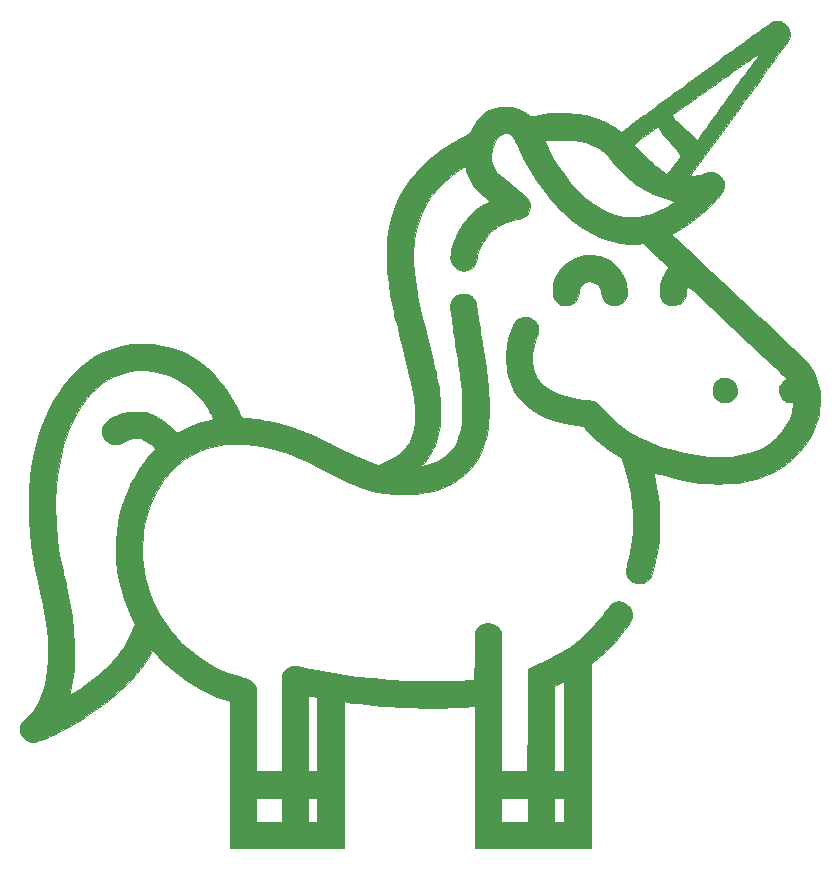
<source format=gbr>
%TF.GenerationSoftware,KiCad,Pcbnew,5.1.9*%
%TF.CreationDate,2021-01-16T20:05:28+01:00*%
%TF.ProjectId,unicorn,756e6963-6f72-46e2-9e6b-696361645f70,rev?*%
%TF.SameCoordinates,Original*%
%TF.FileFunction,Copper,L1,Top*%
%TF.FilePolarity,Positive*%
%FSLAX46Y46*%
G04 Gerber Fmt 4.6, Leading zero omitted, Abs format (unit mm)*
G04 Created by KiCad (PCBNEW 5.1.9) date 2021-01-16 20:05:28*
%MOMM*%
%LPD*%
G01*
G04 APERTURE LIST*
%TA.AperFunction,EtchedComponent*%
%ADD10C,0.010000*%
%TD*%
G04 APERTURE END LIST*
D10*
%TO.C,Ref\u002A\u002A*%
G36*
X207801513Y-65985593D02*
G01*
X208144281Y-66023295D01*
X208377761Y-66074164D01*
X208865943Y-66253816D01*
X209307124Y-66498736D01*
X209696260Y-66802695D01*
X210028310Y-67159465D01*
X210298229Y-67562820D01*
X210500976Y-68006530D01*
X210631508Y-68484370D01*
X210682274Y-68920211D01*
X210689928Y-69130580D01*
X210687846Y-69280893D01*
X210673323Y-69395468D01*
X210643652Y-69498625D01*
X210608053Y-69587269D01*
X210455712Y-69836303D01*
X210235861Y-70037531D01*
X210021321Y-70157557D01*
X209835224Y-70208385D01*
X209607811Y-70225471D01*
X209374010Y-70209807D01*
X209168751Y-70162385D01*
X209095588Y-70131253D01*
X208852222Y-69959079D01*
X208667310Y-69727454D01*
X208543554Y-69440646D01*
X208490502Y-69175256D01*
X208453943Y-68938592D01*
X208400693Y-68760754D01*
X208320662Y-68616158D01*
X208224487Y-68500747D01*
X208005038Y-68324903D01*
X207758998Y-68224361D01*
X207499882Y-68199857D01*
X207241203Y-68252129D01*
X206996475Y-68381911D01*
X206934396Y-68430461D01*
X206817093Y-68547422D01*
X206731373Y-68682345D01*
X206667886Y-68855845D01*
X206617284Y-69088538D01*
X206606243Y-69154092D01*
X206534764Y-69472366D01*
X206429902Y-69722644D01*
X206282834Y-69917955D01*
X206084736Y-70071328D01*
X205930500Y-70151949D01*
X205761942Y-70200949D01*
X205549100Y-70224608D01*
X205328969Y-70221286D01*
X205138549Y-70189343D01*
X205131824Y-70187372D01*
X204945237Y-70100913D01*
X204758884Y-69964236D01*
X204608085Y-69804180D01*
X204585800Y-69772483D01*
X204482323Y-69590734D01*
X204419811Y-69409225D01*
X204392659Y-69201978D01*
X204395267Y-68943017D01*
X204397725Y-68900547D01*
X204469588Y-68404538D01*
X204618038Y-67934293D01*
X204837063Y-67497000D01*
X205120646Y-67099846D01*
X205462773Y-66750019D01*
X205857429Y-66454707D01*
X206298598Y-66221098D01*
X206777167Y-66057174D01*
X207085400Y-66002187D01*
X207437701Y-65978442D01*
X207801513Y-65985593D01*
G37*
X207801513Y-65985593D02*
X208144281Y-66023295D01*
X208377761Y-66074164D01*
X208865943Y-66253816D01*
X209307124Y-66498736D01*
X209696260Y-66802695D01*
X210028310Y-67159465D01*
X210298229Y-67562820D01*
X210500976Y-68006530D01*
X210631508Y-68484370D01*
X210682274Y-68920211D01*
X210689928Y-69130580D01*
X210687846Y-69280893D01*
X210673323Y-69395468D01*
X210643652Y-69498625D01*
X210608053Y-69587269D01*
X210455712Y-69836303D01*
X210235861Y-70037531D01*
X210021321Y-70157557D01*
X209835224Y-70208385D01*
X209607811Y-70225471D01*
X209374010Y-70209807D01*
X209168751Y-70162385D01*
X209095588Y-70131253D01*
X208852222Y-69959079D01*
X208667310Y-69727454D01*
X208543554Y-69440646D01*
X208490502Y-69175256D01*
X208453943Y-68938592D01*
X208400693Y-68760754D01*
X208320662Y-68616158D01*
X208224487Y-68500747D01*
X208005038Y-68324903D01*
X207758998Y-68224361D01*
X207499882Y-68199857D01*
X207241203Y-68252129D01*
X206996475Y-68381911D01*
X206934396Y-68430461D01*
X206817093Y-68547422D01*
X206731373Y-68682345D01*
X206667886Y-68855845D01*
X206617284Y-69088538D01*
X206606243Y-69154092D01*
X206534764Y-69472366D01*
X206429902Y-69722644D01*
X206282834Y-69917955D01*
X206084736Y-70071328D01*
X205930500Y-70151949D01*
X205761942Y-70200949D01*
X205549100Y-70224608D01*
X205328969Y-70221286D01*
X205138549Y-70189343D01*
X205131824Y-70187372D01*
X204945237Y-70100913D01*
X204758884Y-69964236D01*
X204608085Y-69804180D01*
X204585800Y-69772483D01*
X204482323Y-69590734D01*
X204419811Y-69409225D01*
X204392659Y-69201978D01*
X204395267Y-68943017D01*
X204397725Y-68900547D01*
X204469588Y-68404538D01*
X204618038Y-67934293D01*
X204837063Y-67497000D01*
X205120646Y-67099846D01*
X205462773Y-66750019D01*
X205857429Y-66454707D01*
X206298598Y-66221098D01*
X206777167Y-66057174D01*
X207085400Y-66002187D01*
X207437701Y-65978442D01*
X207801513Y-65985593D01*
G36*
X219149406Y-76398576D02*
G01*
X219355877Y-76442087D01*
X219420002Y-76468351D01*
X219669511Y-76633180D01*
X219850849Y-76847335D01*
X219962195Y-77107549D01*
X220001729Y-77410553D01*
X219999372Y-77508287D01*
X219982550Y-77688304D01*
X219949514Y-77818861D01*
X219889723Y-77934974D01*
X219855704Y-77985577D01*
X219738924Y-78123830D01*
X219596901Y-78255855D01*
X219546647Y-78294159D01*
X219437535Y-78362923D01*
X219333065Y-78403837D01*
X219202300Y-78425539D01*
X219039829Y-78435649D01*
X218858402Y-78438839D01*
X218726903Y-78426207D01*
X218611142Y-78391548D01*
X218491733Y-78336181D01*
X218260600Y-78177079D01*
X218091377Y-77973610D01*
X217983979Y-77739069D01*
X217938321Y-77486755D01*
X217954319Y-77229962D01*
X218031889Y-76981989D01*
X218170946Y-76756131D01*
X218371406Y-76565686D01*
X218503500Y-76483130D01*
X218688194Y-76419663D01*
X218915171Y-76391290D01*
X219149406Y-76398576D01*
G37*
X219149406Y-76398576D02*
X219355877Y-76442087D01*
X219420002Y-76468351D01*
X219669511Y-76633180D01*
X219850849Y-76847335D01*
X219962195Y-77107549D01*
X220001729Y-77410553D01*
X219999372Y-77508287D01*
X219982550Y-77688304D01*
X219949514Y-77818861D01*
X219889723Y-77934974D01*
X219855704Y-77985577D01*
X219738924Y-78123830D01*
X219596901Y-78255855D01*
X219546647Y-78294159D01*
X219437535Y-78362923D01*
X219333065Y-78403837D01*
X219202300Y-78425539D01*
X219039829Y-78435649D01*
X218858402Y-78438839D01*
X218726903Y-78426207D01*
X218611142Y-78391548D01*
X218491733Y-78336181D01*
X218260600Y-78177079D01*
X218091377Y-77973610D01*
X217983979Y-77739069D01*
X217938321Y-77486755D01*
X217954319Y-77229962D01*
X218031889Y-76981989D01*
X218170946Y-76756131D01*
X218371406Y-76565686D01*
X218503500Y-76483130D01*
X218688194Y-76419663D01*
X218915171Y-76391290D01*
X219149406Y-76398576D01*
G36*
X223698331Y-46190771D02*
G01*
X223847512Y-46240215D01*
X224105302Y-46421063D01*
X224301825Y-46645463D01*
X224432694Y-46901386D01*
X224493524Y-47176799D01*
X224479927Y-47459670D01*
X224390982Y-47730834D01*
X224355059Y-47787755D01*
X224271654Y-47909144D01*
X224143466Y-48091277D01*
X223973195Y-48330428D01*
X223763539Y-48622872D01*
X223517199Y-48964886D01*
X223236872Y-49352742D01*
X222925259Y-49782718D01*
X222585058Y-50251088D01*
X222218968Y-50754126D01*
X221829690Y-51288108D01*
X221419921Y-51849310D01*
X220992362Y-52434006D01*
X220549711Y-53038471D01*
X220142349Y-53594000D01*
X215995575Y-59245500D01*
X216170038Y-59259603D01*
X216369032Y-59257595D01*
X216619025Y-59228107D01*
X216892690Y-59175806D01*
X217162700Y-59105357D01*
X217265185Y-59072589D01*
X217616088Y-58986310D01*
X217933993Y-58976272D01*
X218216527Y-59041605D01*
X218461316Y-59181434D01*
X218665986Y-59394887D01*
X218809934Y-59640589D01*
X218873809Y-59800644D01*
X218900165Y-59945724D01*
X218897674Y-60124065D01*
X218897449Y-60127423D01*
X218880060Y-60285187D01*
X218845606Y-60425790D01*
X218785940Y-60564244D01*
X218692913Y-60715563D01*
X218558378Y-60894759D01*
X218374186Y-61116845D01*
X218336536Y-61160892D01*
X217681909Y-61864153D01*
X216962064Y-62526202D01*
X216191051Y-63135576D01*
X215382921Y-63680812D01*
X214899751Y-63964804D01*
X214458926Y-64209947D01*
X216523547Y-66152696D01*
X216846964Y-66456916D01*
X217224610Y-66811957D01*
X217648942Y-67210738D01*
X218112417Y-67646175D01*
X218607493Y-68111188D01*
X219126628Y-68598693D01*
X219662279Y-69101608D01*
X220206905Y-69612851D01*
X220752963Y-70125340D01*
X221292910Y-70631992D01*
X221819205Y-71125725D01*
X222123000Y-71410668D01*
X222589032Y-71847984D01*
X223040238Y-72271847D01*
X223472481Y-72678348D01*
X223881622Y-73063575D01*
X224263524Y-73423618D01*
X224614050Y-73754564D01*
X224929061Y-74052504D01*
X225204421Y-74313526D01*
X225435992Y-74533719D01*
X225619635Y-74709172D01*
X225751214Y-74835974D01*
X225826591Y-74910215D01*
X225839056Y-74923196D01*
X226191005Y-75366903D01*
X226488356Y-75868748D01*
X226726572Y-76418592D01*
X226901120Y-77006294D01*
X226992693Y-77502932D01*
X227019867Y-77814921D01*
X227027330Y-78180621D01*
X227016278Y-78571698D01*
X226987904Y-78959820D01*
X226943402Y-79316652D01*
X226908091Y-79510424D01*
X226716653Y-80225006D01*
X226452472Y-80900405D01*
X226113582Y-81540169D01*
X225698019Y-82147847D01*
X225203819Y-82726986D01*
X225025501Y-82910095D01*
X224625992Y-83288747D01*
X224242019Y-83609638D01*
X223850043Y-83890120D01*
X223426526Y-84147541D01*
X223130457Y-84306959D01*
X222494228Y-84606945D01*
X221848407Y-84851719D01*
X221172659Y-85047748D01*
X220446652Y-85201500D01*
X220175667Y-85246717D01*
X219963206Y-85271484D01*
X219682263Y-85291662D01*
X219348904Y-85307149D01*
X218979194Y-85317843D01*
X218589200Y-85323643D01*
X218194987Y-85324447D01*
X217812620Y-85320154D01*
X217458165Y-85310660D01*
X217147689Y-85295865D01*
X216897256Y-85275667D01*
X216831334Y-85267903D01*
X215869494Y-85122037D01*
X214974800Y-84943677D01*
X214135164Y-84730177D01*
X213539917Y-84547263D01*
X213330241Y-84478945D01*
X213152238Y-84423055D01*
X213019755Y-84383770D01*
X212946638Y-84365272D01*
X212936667Y-84365162D01*
X212945125Y-84410357D01*
X212968532Y-84524238D01*
X213003938Y-84692735D01*
X213048394Y-84901780D01*
X213084324Y-85069382D01*
X213261192Y-86047513D01*
X213379070Y-87052814D01*
X213437290Y-88067219D01*
X213435182Y-89072663D01*
X213372076Y-90051081D01*
X213292889Y-90699167D01*
X213228529Y-91094902D01*
X213152433Y-91496193D01*
X213067840Y-91890315D01*
X212977985Y-92264540D01*
X212886106Y-92606142D01*
X212795440Y-92902395D01*
X212709223Y-93140573D01*
X212630693Y-93307949D01*
X212628286Y-93312091D01*
X212461954Y-93519903D01*
X212251670Y-93666834D01*
X212010777Y-93754339D01*
X211752618Y-93783875D01*
X211490532Y-93756899D01*
X211237863Y-93674865D01*
X211007953Y-93539231D01*
X210814143Y-93351453D01*
X210669774Y-93112987D01*
X210663191Y-93097613D01*
X210613398Y-92888669D01*
X210611860Y-92626250D01*
X210657823Y-92325924D01*
X210710163Y-92126465D01*
X210857747Y-91601432D01*
X210973906Y-91097281D01*
X211061258Y-90594634D01*
X211122426Y-90074117D01*
X211160029Y-89516354D01*
X211176688Y-88901968D01*
X211178060Y-88667167D01*
X211161543Y-87824376D01*
X211108092Y-87019866D01*
X211014688Y-86235037D01*
X210878312Y-85451292D01*
X210695945Y-84650031D01*
X210464569Y-83812657D01*
X210308170Y-83307606D01*
X210274996Y-83230667D01*
X210220122Y-83161501D01*
X210128570Y-83086953D01*
X209985362Y-82993874D01*
X209876024Y-82928163D01*
X209150484Y-82458370D01*
X208441433Y-81920623D01*
X207769781Y-81331521D01*
X207381145Y-80947599D01*
X206926790Y-80476881D01*
X206357880Y-80390093D01*
X205483871Y-80226808D01*
X204676895Y-80013922D01*
X203937364Y-79751616D01*
X203265695Y-79440073D01*
X202662301Y-79079472D01*
X202127597Y-78669996D01*
X201863285Y-78424361D01*
X201524923Y-78057336D01*
X201248286Y-77686524D01*
X201022940Y-77293157D01*
X200838452Y-76858469D01*
X200684388Y-76363693D01*
X200655106Y-76251121D01*
X200556527Y-75814956D01*
X200492820Y-75411957D01*
X200460609Y-75008868D01*
X200456515Y-74572435D01*
X200462859Y-74358500D01*
X200514129Y-73718702D01*
X200619229Y-73123403D01*
X200784103Y-72547283D01*
X201014691Y-71965019D01*
X201035091Y-71919754D01*
X201198040Y-71631883D01*
X201392714Y-71420831D01*
X201624186Y-71283055D01*
X201897531Y-71215010D01*
X202057000Y-71206010D01*
X202367020Y-71243171D01*
X202642642Y-71357105D01*
X202887991Y-71549642D01*
X202929816Y-71593397D01*
X203081874Y-71797032D01*
X203170405Y-72014028D01*
X203196105Y-72255025D01*
X203159670Y-72530660D01*
X203061795Y-72851571D01*
X203019252Y-72961500D01*
X202890120Y-73305484D01*
X202797688Y-73614408D01*
X202732661Y-73924294D01*
X202689052Y-74241180D01*
X202669547Y-74629749D01*
X202691072Y-75043037D01*
X202749795Y-75456618D01*
X202841885Y-75846064D01*
X202963512Y-76186950D01*
X203009563Y-76284790D01*
X203120419Y-76461517D01*
X203280743Y-76663544D01*
X203470166Y-76868306D01*
X203668318Y-77053237D01*
X203793120Y-77152833D01*
X204188433Y-77402707D01*
X204658075Y-77628595D01*
X205194502Y-77828068D01*
X205790168Y-77998696D01*
X206437526Y-78138051D01*
X207129031Y-78243704D01*
X207213776Y-78253903D01*
X207498580Y-78288892D01*
X207715570Y-78322510D01*
X207881208Y-78361503D01*
X208011956Y-78412620D01*
X208124276Y-78482608D01*
X208234630Y-78578216D01*
X208359479Y-78706191D01*
X208385834Y-78734332D01*
X208826598Y-79199159D01*
X209226767Y-79604390D01*
X209596479Y-79958213D01*
X209945870Y-80268815D01*
X210285080Y-80544383D01*
X210624245Y-80793104D01*
X210973504Y-81023166D01*
X211342995Y-81242757D01*
X211742856Y-81460063D01*
X211793869Y-81486638D01*
X212177208Y-81677678D01*
X212551711Y-81846695D01*
X212936645Y-82001041D01*
X213351274Y-82148066D01*
X213814862Y-82295122D01*
X214233530Y-82417615D01*
X214886418Y-82596160D01*
X215478962Y-82742284D01*
X216027807Y-82858792D01*
X216549600Y-82948491D01*
X217060987Y-83014185D01*
X217578613Y-83058681D01*
X218119124Y-83084785D01*
X218207205Y-83087398D01*
X218653904Y-83094697D01*
X219044964Y-83090964D01*
X219369687Y-83076410D01*
X219540705Y-83061179D01*
X220300780Y-82946301D01*
X220996209Y-82780877D01*
X221631749Y-82562859D01*
X222212158Y-82290196D01*
X222742192Y-81960838D01*
X223226607Y-81572736D01*
X223419742Y-81389593D01*
X223842919Y-80912349D01*
X224189657Y-80399337D01*
X224459485Y-79851416D01*
X224651933Y-79269446D01*
X224703822Y-79043752D01*
X224751180Y-78809482D01*
X224779604Y-78645763D01*
X224785978Y-78539971D01*
X224767188Y-78479483D01*
X224720119Y-78451672D01*
X224641656Y-78443916D01*
X224555760Y-78443667D01*
X224281192Y-78405470D01*
X224040578Y-78298767D01*
X223841144Y-78135390D01*
X223690120Y-77927171D01*
X223594732Y-77685941D01*
X223562208Y-77423534D01*
X223599777Y-77151780D01*
X223662531Y-76981437D01*
X223775606Y-76793983D01*
X223918281Y-76637656D01*
X224068981Y-76534698D01*
X224112438Y-76517573D01*
X224180859Y-76483309D01*
X224197334Y-76460007D01*
X224167297Y-76426289D01*
X224080798Y-76339952D01*
X223943252Y-76206167D01*
X223760075Y-76030104D01*
X223536684Y-75816932D01*
X223278493Y-75571822D01*
X222990920Y-75299943D01*
X222679380Y-75006465D01*
X222387584Y-74732459D01*
X222035026Y-74401801D01*
X221631896Y-74023573D01*
X221189303Y-73608205D01*
X220718353Y-73166126D01*
X220230156Y-72707766D01*
X219735819Y-72243554D01*
X219246452Y-71783920D01*
X218773162Y-71339294D01*
X218327057Y-70920105D01*
X218230048Y-70828933D01*
X217854888Y-70476681D01*
X217497500Y-70141792D01*
X217162687Y-69828725D01*
X216855252Y-69541939D01*
X216579998Y-69285892D01*
X216341725Y-69065044D01*
X216145239Y-68883854D01*
X215995339Y-68746780D01*
X215896830Y-68658281D01*
X215854514Y-68622816D01*
X215853395Y-68622334D01*
X215815172Y-68659770D01*
X215771090Y-68754937D01*
X215729620Y-68882119D01*
X215699229Y-69015599D01*
X215688334Y-69123507D01*
X215650281Y-69417395D01*
X215542334Y-69686438D01*
X215373806Y-69915808D01*
X215154013Y-70090680D01*
X215046442Y-70145262D01*
X214791829Y-70215885D01*
X214510717Y-70229970D01*
X214233697Y-70189173D01*
X213991356Y-70095153D01*
X213977688Y-70087330D01*
X213750890Y-69913576D01*
X213590183Y-69694964D01*
X213494158Y-69427808D01*
X213461406Y-69108422D01*
X213482493Y-68791345D01*
X213526816Y-68534991D01*
X213593053Y-68261653D01*
X213672573Y-68001716D01*
X213756743Y-67785565D01*
X213784576Y-67728043D01*
X213832466Y-67645230D01*
X213911965Y-67517028D01*
X214007542Y-67368378D01*
X214027441Y-67338052D01*
X214120292Y-67194816D01*
X214171441Y-67103933D01*
X214186356Y-67047449D01*
X214170508Y-67007410D01*
X214138293Y-66974161D01*
X214088765Y-66927886D01*
X213985395Y-66831257D01*
X213836181Y-66691751D01*
X213649119Y-66516844D01*
X213432205Y-66314014D01*
X213193438Y-66090737D01*
X213042500Y-65949587D01*
X212026500Y-64999456D01*
X211645500Y-65027215D01*
X211361884Y-65037039D01*
X211026464Y-65031636D01*
X210668988Y-65012858D01*
X210319203Y-64982557D01*
X210006854Y-64942583D01*
X209854883Y-64915760D01*
X209064574Y-64714438D01*
X208293716Y-64433041D01*
X207540455Y-64070661D01*
X206802932Y-63626387D01*
X206079293Y-63099311D01*
X205972834Y-63013867D01*
X205759942Y-62830740D01*
X205508026Y-62597575D01*
X205232018Y-62329582D01*
X204946848Y-62041969D01*
X204667447Y-61749949D01*
X204408744Y-61468730D01*
X204185672Y-61213523D01*
X204081368Y-61087000D01*
X203541880Y-60374508D01*
X203009423Y-59595552D01*
X202494989Y-58768242D01*
X202009571Y-57910688D01*
X201564164Y-57040999D01*
X201353567Y-56593387D01*
X201246772Y-56368784D01*
X201202156Y-56282167D01*
X203673091Y-56282167D01*
X203906610Y-56747834D01*
X204383586Y-57638284D01*
X204889435Y-58466560D01*
X205421733Y-59230302D01*
X205978055Y-59927150D01*
X206555977Y-60554743D01*
X207153074Y-61110723D01*
X207766922Y-61592729D01*
X208395096Y-61998401D01*
X209035171Y-62325379D01*
X209684724Y-62571303D01*
X209973657Y-62653416D01*
X210425294Y-62750921D01*
X210842696Y-62799588D01*
X211254617Y-62800035D01*
X211689809Y-62752883D01*
X211998597Y-62697040D01*
X212488728Y-62574320D01*
X212998447Y-62405770D01*
X213487415Y-62205367D01*
X213673643Y-62116682D01*
X213872554Y-62012381D01*
X214076098Y-61896987D01*
X214271918Y-61778581D01*
X214447653Y-61665246D01*
X214590942Y-61565062D01*
X214689427Y-61486111D01*
X214730747Y-61436475D01*
X214728720Y-61426827D01*
X214672791Y-61402578D01*
X214557509Y-61367239D01*
X214406219Y-61327865D01*
X214382463Y-61322188D01*
X213626310Y-61101831D01*
X212873478Y-60799613D01*
X212129931Y-60418295D01*
X211401632Y-59960643D01*
X211317025Y-59901768D01*
X211099332Y-59734579D01*
X210844287Y-59515758D01*
X210566922Y-59260189D01*
X210282274Y-58982750D01*
X210005377Y-58698325D01*
X209751267Y-58421794D01*
X209534978Y-58168039D01*
X209431728Y-58035744D01*
X209083136Y-57613384D01*
X208712491Y-57256130D01*
X208309353Y-56957708D01*
X207863278Y-56711843D01*
X207713525Y-56652001D01*
X211294334Y-56652001D01*
X211320165Y-56699824D01*
X211400427Y-56796195D01*
X211526761Y-56932866D01*
X211690809Y-57101586D01*
X211884212Y-57294109D01*
X212098610Y-57502184D01*
X212325646Y-57717564D01*
X212556960Y-57931999D01*
X212784194Y-58137240D01*
X212924687Y-58260888D01*
X213098388Y-58408078D01*
X213287031Y-58561484D01*
X213478118Y-58711678D01*
X213659149Y-58849233D01*
X213817624Y-58964721D01*
X213941043Y-59048715D01*
X214016906Y-59091787D01*
X214031199Y-59095442D01*
X214064159Y-59063073D01*
X214141342Y-58973456D01*
X214254915Y-58836120D01*
X214397047Y-58660590D01*
X214559906Y-58456394D01*
X214641125Y-58353555D01*
X214829856Y-58113432D01*
X214971896Y-57930336D01*
X215072982Y-57794810D01*
X215138853Y-57697399D01*
X215175244Y-57628646D01*
X215187892Y-57579097D01*
X215182535Y-57539295D01*
X215164909Y-57499785D01*
X215162250Y-57494629D01*
X215091519Y-57378630D01*
X214977088Y-57221393D01*
X214815218Y-57018243D01*
X214602168Y-56764510D01*
X214334199Y-56455519D01*
X214293480Y-56409167D01*
X214068012Y-56151357D01*
X213890860Y-55944557D01*
X213753177Y-55777320D01*
X213646118Y-55638199D01*
X213560835Y-55515746D01*
X213488482Y-55398514D01*
X213427210Y-55288198D01*
X213296304Y-55043190D01*
X212301569Y-55816429D01*
X212049998Y-56013692D01*
X211820974Y-56196556D01*
X211622908Y-56358043D01*
X211464212Y-56491173D01*
X211353298Y-56588970D01*
X211298578Y-56644454D01*
X211294334Y-56652001D01*
X207713525Y-56652001D01*
X207363824Y-56512259D01*
X206800551Y-56352680D01*
X206534294Y-56294428D01*
X206368275Y-56262679D01*
X206216120Y-56238831D01*
X206061664Y-56221882D01*
X205888747Y-56210832D01*
X205681204Y-56204677D01*
X205422872Y-56202417D01*
X205097589Y-56203050D01*
X205062667Y-56203223D01*
X204768147Y-56206265D01*
X204490729Y-56211963D01*
X204245403Y-56219787D01*
X204047162Y-56229210D01*
X203910995Y-56239703D01*
X203870462Y-56245262D01*
X203673091Y-56282167D01*
X201202156Y-56282167D01*
X201140932Y-56163308D01*
X201045437Y-55994088D01*
X200969678Y-55878248D01*
X200945443Y-55849048D01*
X200756338Y-55703771D01*
X200549099Y-55635072D01*
X200332051Y-55639103D01*
X200113518Y-55712015D01*
X199901826Y-55849961D01*
X199705300Y-56049091D01*
X199532264Y-56305558D01*
X199413193Y-56557334D01*
X199259566Y-57028371D01*
X199184485Y-57469465D01*
X199188015Y-57882449D01*
X199270224Y-58269156D01*
X199431179Y-58631419D01*
X199492941Y-58732698D01*
X199540832Y-58805105D01*
X199588205Y-58871011D01*
X199641865Y-58936514D01*
X199708620Y-59007714D01*
X199795274Y-59090710D01*
X199908634Y-59191601D01*
X200055505Y-59316487D01*
X200242693Y-59471467D01*
X200477003Y-59662640D01*
X200765243Y-59896106D01*
X201027605Y-60108036D01*
X201297849Y-60327710D01*
X201551747Y-60536903D01*
X201780458Y-60728116D01*
X201975140Y-60893851D01*
X202126951Y-61026607D01*
X202227049Y-61118884D01*
X202259868Y-61153210D01*
X202396654Y-61382311D01*
X202468302Y-61645124D01*
X202475726Y-61922389D01*
X202419838Y-62194851D01*
X202301552Y-62443251D01*
X202192088Y-62582216D01*
X202062700Y-62701005D01*
X201921179Y-62790782D01*
X201747653Y-62860188D01*
X201522246Y-62917861D01*
X201339158Y-62953034D01*
X200763665Y-63087595D01*
X200244800Y-63280017D01*
X199773377Y-63534901D01*
X199340211Y-63856847D01*
X199109464Y-64069589D01*
X198720374Y-64509284D01*
X198406434Y-64982453D01*
X198169899Y-65485118D01*
X198016431Y-65997667D01*
X197953773Y-66272256D01*
X197899498Y-66479435D01*
X197847023Y-66635128D01*
X197789764Y-66755260D01*
X197721139Y-66855754D01*
X197634565Y-66952534D01*
X197612423Y-66974943D01*
X197378880Y-67155091D01*
X197122561Y-67262015D01*
X196855860Y-67299510D01*
X196591170Y-67271369D01*
X196340884Y-67181385D01*
X196117395Y-67033353D01*
X195933097Y-66831065D01*
X195800382Y-66578316D01*
X195750897Y-66405131D01*
X195733171Y-66201998D01*
X195752292Y-65938898D01*
X195808911Y-65610623D01*
X195896709Y-65238720D01*
X196097409Y-64623504D01*
X196372330Y-64027301D01*
X196713843Y-63459778D01*
X197114318Y-62930606D01*
X197566125Y-62449452D01*
X198061635Y-62025986D01*
X198593218Y-61669877D01*
X198804725Y-61553381D01*
X199080463Y-61410417D01*
X198631024Y-61043385D01*
X198442258Y-60884616D01*
X198256680Y-60720488D01*
X198095139Y-60569923D01*
X197978484Y-60451844D01*
X197974771Y-60447760D01*
X197695156Y-60096245D01*
X197445398Y-59699642D01*
X197239295Y-59283438D01*
X197090648Y-58873119D01*
X197060210Y-58758667D01*
X197024425Y-58624859D01*
X196991598Y-58525524D01*
X196974973Y-58491316D01*
X196930270Y-58499062D01*
X196832625Y-58547394D01*
X196698017Y-58627715D01*
X196591116Y-58697853D01*
X195856131Y-59235956D01*
X195200886Y-59799054D01*
X194623289Y-60390418D01*
X194121249Y-61013315D01*
X193692673Y-61671016D01*
X193335471Y-62366788D01*
X193047551Y-63103903D01*
X192826821Y-63885627D01*
X192671190Y-64715232D01*
X192651922Y-64854667D01*
X192630810Y-65075844D01*
X192615393Y-65362704D01*
X192605668Y-65696456D01*
X192601629Y-66058308D01*
X192603269Y-66429471D01*
X192610584Y-66791151D01*
X192623568Y-67124559D01*
X192642215Y-67410902D01*
X192652696Y-67521667D01*
X192716685Y-68046293D01*
X192799791Y-68602009D01*
X192903512Y-69196230D01*
X193029345Y-69836370D01*
X193178789Y-70529847D01*
X193353340Y-71284074D01*
X193554497Y-72106468D01*
X193674452Y-72580500D01*
X193855816Y-73292788D01*
X194016404Y-73930744D01*
X194157733Y-74501714D01*
X194281324Y-75013043D01*
X194388696Y-75472077D01*
X194481368Y-75886162D01*
X194560859Y-76262643D01*
X194628689Y-76608867D01*
X194686376Y-76932180D01*
X194735441Y-77239927D01*
X194777402Y-77539453D01*
X194813779Y-77838106D01*
X194846091Y-78143230D01*
X194864209Y-78333009D01*
X194884382Y-78639283D01*
X194894265Y-78990671D01*
X194894404Y-79366219D01*
X194885345Y-79744971D01*
X194867636Y-80105974D01*
X194841822Y-80428274D01*
X194808451Y-80690915D01*
X194801684Y-80730236D01*
X194636612Y-81436913D01*
X194407433Y-82088331D01*
X194114098Y-82684595D01*
X193756558Y-83225810D01*
X193463820Y-83576584D01*
X193356098Y-83700166D01*
X193282515Y-83796780D01*
X193252664Y-83853085D01*
X193258500Y-83862037D01*
X193324168Y-83852383D01*
X193448300Y-83827006D01*
X193607250Y-83790831D01*
X193653834Y-83779666D01*
X194200393Y-83611497D01*
X194697510Y-83381185D01*
X195157928Y-83081596D01*
X195594394Y-82705595D01*
X195623597Y-82677000D01*
X195892220Y-82389558D01*
X196103718Y-82106810D01*
X196273490Y-81803251D01*
X196416940Y-81453376D01*
X196483779Y-81252548D01*
X196554840Y-81015872D01*
X196611842Y-80798143D01*
X196656264Y-80585678D01*
X196689586Y-80364797D01*
X196713289Y-80121818D01*
X196728852Y-79843059D01*
X196737756Y-79514841D01*
X196741481Y-79123481D01*
X196741854Y-78867000D01*
X196740980Y-78572987D01*
X196738125Y-78300975D01*
X196732474Y-78043606D01*
X196723212Y-77793522D01*
X196709524Y-77543365D01*
X196690597Y-77285777D01*
X196665613Y-77013400D01*
X196633760Y-76718877D01*
X196594221Y-76394850D01*
X196546183Y-76033961D01*
X196488829Y-75628851D01*
X196421346Y-75172164D01*
X196342918Y-74656541D01*
X196252731Y-74074624D01*
X196149970Y-73419055D01*
X196111332Y-73173702D01*
X196051513Y-72789984D01*
X195991616Y-72398107D01*
X195934091Y-72014654D01*
X195881390Y-71656207D01*
X195835962Y-71339350D01*
X195800257Y-71080667D01*
X195786056Y-70972368D01*
X195752896Y-70707886D01*
X195730662Y-70511316D01*
X195719018Y-70366659D01*
X195717628Y-70257912D01*
X195726157Y-70169075D01*
X195744269Y-70084147D01*
X195765802Y-70007000D01*
X195885452Y-69736912D01*
X196067003Y-69520559D01*
X196302918Y-69363234D01*
X196585659Y-69270231D01*
X196850000Y-69245678D01*
X197117814Y-69268562D01*
X197341112Y-69343621D01*
X197549207Y-69481583D01*
X197590390Y-69516621D01*
X197693124Y-69619588D01*
X197774844Y-69735958D01*
X197840294Y-69879382D01*
X197894218Y-70063506D01*
X197941360Y-70301981D01*
X197986464Y-70608454D01*
X197996363Y-70684625D01*
X198020850Y-70866610D01*
X198056788Y-71120151D01*
X198102377Y-71433185D01*
X198155818Y-71793645D01*
X198215314Y-72189466D01*
X198279064Y-72608580D01*
X198345271Y-73038924D01*
X198395749Y-73363667D01*
X198493907Y-73996309D01*
X198579201Y-74555578D01*
X198653020Y-75051560D01*
X198716753Y-75494340D01*
X198771791Y-75894004D01*
X198819522Y-76260636D01*
X198861336Y-76604323D01*
X198898622Y-76935150D01*
X198932281Y-77258334D01*
X198951281Y-77503076D01*
X198966056Y-77805523D01*
X198976610Y-78149999D01*
X198982949Y-78520828D01*
X198985079Y-78902335D01*
X198983006Y-79278844D01*
X198976733Y-79634680D01*
X198966268Y-79954167D01*
X198951615Y-80221630D01*
X198932779Y-80421394D01*
X198931181Y-80433334D01*
X198800277Y-81191472D01*
X198623820Y-81882014D01*
X198398377Y-82510808D01*
X198120517Y-83083700D01*
X197786811Y-83606541D01*
X197393825Y-84085177D01*
X196938129Y-84525456D01*
X196416291Y-84933228D01*
X196207053Y-85076182D01*
X195628728Y-85416533D01*
X195014304Y-85696506D01*
X194358300Y-85917507D01*
X193655234Y-86080941D01*
X192899626Y-86188215D01*
X192085994Y-86240734D01*
X191643000Y-86246882D01*
X190928076Y-86222386D01*
X190231960Y-86149473D01*
X189539142Y-86024891D01*
X188834113Y-85845391D01*
X188101363Y-85607721D01*
X187494334Y-85377355D01*
X187243292Y-85271897D01*
X186938002Y-85136123D01*
X186594790Y-84977944D01*
X186229978Y-84805276D01*
X185859893Y-84626032D01*
X185500858Y-84448126D01*
X185169198Y-84279472D01*
X184881238Y-84127983D01*
X184653302Y-84001573D01*
X184637694Y-83992515D01*
X183785083Y-83533506D01*
X182895235Y-83126398D01*
X181979464Y-82774421D01*
X181049081Y-82480801D01*
X180115399Y-82248766D01*
X179189731Y-82081545D01*
X178283389Y-81982366D01*
X177493360Y-81953948D01*
X176675609Y-81994718D01*
X175889439Y-82113090D01*
X175137289Y-82307174D01*
X174421596Y-82575078D01*
X173744798Y-82914914D01*
X173109331Y-83324790D01*
X172517634Y-83802816D01*
X171972143Y-84347101D01*
X171475297Y-84955756D01*
X171029533Y-85626890D01*
X170637288Y-86358612D01*
X170300999Y-87149032D01*
X170120263Y-87672187D01*
X169954560Y-88244615D01*
X169828783Y-88797358D01*
X169739702Y-89352812D01*
X169684089Y-89933371D01*
X169658714Y-90561431D01*
X169656332Y-90889667D01*
X169670636Y-91546396D01*
X169713514Y-92147276D01*
X169789045Y-92717501D01*
X169901305Y-93282267D01*
X170054372Y-93866768D01*
X170228396Y-94424500D01*
X170568652Y-95317233D01*
X170985244Y-96173590D01*
X171477698Y-96992809D01*
X172045537Y-97774129D01*
X172688288Y-98516787D01*
X172950516Y-98787142D01*
X173671103Y-99450847D01*
X174432193Y-100041996D01*
X175231280Y-100559115D01*
X176065860Y-101000730D01*
X176933425Y-101365367D01*
X177807201Y-101644964D01*
X178022106Y-101703624D01*
X178230160Y-101760522D01*
X178404445Y-101808290D01*
X178499637Y-101834475D01*
X178739285Y-101940508D01*
X178956783Y-102111091D01*
X179128849Y-102326117D01*
X179181180Y-102423146D01*
X179280840Y-102637167D01*
X179281253Y-106161417D01*
X179281667Y-109685667D01*
X181440667Y-109685667D01*
X183642000Y-109685667D01*
X184446876Y-109685667D01*
X184436021Y-106544906D01*
X184425167Y-103404146D01*
X184128834Y-103350056D01*
X183965751Y-103319472D01*
X183824668Y-103291581D01*
X183737250Y-103272677D01*
X183642000Y-103249387D01*
X183642000Y-109685667D01*
X181440667Y-109685667D01*
X181440667Y-105671541D01*
X181440600Y-104977750D01*
X181440613Y-104363456D01*
X181441030Y-103823490D01*
X181442174Y-103352681D01*
X181444366Y-102945862D01*
X181447931Y-102597861D01*
X181453190Y-102303510D01*
X181460466Y-102057639D01*
X181470082Y-101855080D01*
X181482362Y-101690662D01*
X181497627Y-101559216D01*
X181516200Y-101455572D01*
X181538405Y-101374562D01*
X181564563Y-101311016D01*
X181594998Y-101259764D01*
X181630033Y-101215637D01*
X181669990Y-101173466D01*
X181715192Y-101128080D01*
X181724970Y-101118080D01*
X181852506Y-101004315D01*
X181992656Y-100904232D01*
X182044142Y-100874819D01*
X182167329Y-100819678D01*
X182291798Y-100784100D01*
X182430901Y-100768485D01*
X182597992Y-100773235D01*
X182806425Y-100798750D01*
X183069553Y-100845431D01*
X183400730Y-100913679D01*
X183410790Y-100915835D01*
X184894285Y-101214570D01*
X186336391Y-101464154D01*
X187757144Y-101666851D01*
X189176576Y-101824926D01*
X190614725Y-101940643D01*
X192091623Y-102016264D01*
X193463334Y-102051807D01*
X193958433Y-102056745D01*
X194468455Y-102057296D01*
X194981564Y-102053745D01*
X195485927Y-102046381D01*
X195969710Y-102035490D01*
X196421079Y-102021358D01*
X196828200Y-102004273D01*
X197179239Y-101984521D01*
X197462363Y-101962389D01*
X197556819Y-101952608D01*
X197776805Y-101927542D01*
X197789653Y-99932854D01*
X197792989Y-99461286D01*
X197796586Y-99066901D01*
X197800727Y-98742215D01*
X197805696Y-98479746D01*
X197811780Y-98272009D01*
X197819261Y-98111522D01*
X197828426Y-97990800D01*
X197839559Y-97902361D01*
X197852944Y-97838721D01*
X197868865Y-97792395D01*
X197871288Y-97786921D01*
X198030898Y-97532415D01*
X198247064Y-97337130D01*
X198511001Y-97206446D01*
X198813921Y-97145745D01*
X198924334Y-97142006D01*
X199238359Y-97180143D01*
X199507838Y-97290241D01*
X199732418Y-97472090D01*
X199911741Y-97725480D01*
X199912293Y-97726500D01*
X200003834Y-97895834D01*
X200014998Y-103790750D01*
X200026162Y-109685667D01*
X202268269Y-109685667D01*
X204511858Y-109685667D01*
X205316667Y-109685667D01*
X205316667Y-102059479D01*
X204925084Y-102271813D01*
X204533500Y-102484147D01*
X204511858Y-109685667D01*
X202268269Y-109685667D01*
X202279051Y-105339926D01*
X202289834Y-100994185D01*
X202946000Y-100727341D01*
X203942240Y-100282452D01*
X204874057Y-99783671D01*
X205743817Y-99229139D01*
X206553891Y-98616992D01*
X207306646Y-97945371D01*
X208004452Y-97212413D01*
X208649678Y-96416259D01*
X208932955Y-96023289D01*
X209145036Y-95743013D01*
X209341045Y-95538234D01*
X209527565Y-95402868D01*
X209671008Y-95341464D01*
X209955802Y-95296501D01*
X210235085Y-95325734D01*
X210496775Y-95420510D01*
X210728790Y-95572173D01*
X210919048Y-95772069D01*
X211055468Y-96011544D01*
X211125969Y-96281944D01*
X211132935Y-96388677D01*
X211127915Y-96537854D01*
X211103976Y-96673337D01*
X211053911Y-96812446D01*
X210970516Y-96972502D01*
X210846584Y-97170823D01*
X210743686Y-97324334D01*
X210223739Y-98031364D01*
X209637452Y-98727038D01*
X209002782Y-99392076D01*
X208337683Y-100007196D01*
X207930840Y-100344801D01*
X207602847Y-100605167D01*
X207602757Y-108405084D01*
X207602667Y-116205000D01*
X197781334Y-116205000D01*
X197781334Y-111929334D01*
X200025000Y-111929334D01*
X200025000Y-113961334D01*
X202268667Y-113961334D01*
X202268667Y-111929334D01*
X204512334Y-111929334D01*
X204512334Y-113961334D01*
X205359000Y-113961334D01*
X205359000Y-111929334D01*
X204512334Y-111929334D01*
X202268667Y-111929334D01*
X200025000Y-111929334D01*
X197781334Y-111929334D01*
X197781334Y-104173521D01*
X197453250Y-104200262D01*
X196976138Y-104233060D01*
X196430645Y-104259995D01*
X195832868Y-104280868D01*
X195198904Y-104295484D01*
X194544849Y-104303646D01*
X193886799Y-104305156D01*
X193240851Y-104299818D01*
X192623102Y-104287434D01*
X192049648Y-104267807D01*
X192024000Y-104266701D01*
X191360468Y-104233167D01*
X190670313Y-104189730D01*
X189970219Y-104137866D01*
X189276873Y-104079052D01*
X188606960Y-104014763D01*
X187977165Y-103946475D01*
X187404174Y-103875666D01*
X187060417Y-103827556D01*
X186690000Y-103772726D01*
X186690000Y-116205000D01*
X177080334Y-116205000D01*
X177080334Y-111929334D01*
X179281667Y-111929334D01*
X179281667Y-113961334D01*
X181440667Y-113961334D01*
X181440667Y-111929334D01*
X183642000Y-111929334D01*
X183642000Y-113961334D01*
X184446334Y-113961334D01*
X184446334Y-111929334D01*
X183642000Y-111929334D01*
X181440667Y-111929334D01*
X179281667Y-111929334D01*
X177080334Y-111929334D01*
X177080334Y-103732129D01*
X176836917Y-103658053D01*
X175978610Y-103357898D01*
X175118924Y-102982178D01*
X174270349Y-102538848D01*
X173445374Y-102035868D01*
X172656487Y-101481195D01*
X171916177Y-100882786D01*
X171236933Y-100248599D01*
X170859722Y-99849584D01*
X170502277Y-99451918D01*
X170286354Y-99816876D01*
X169760895Y-100626602D01*
X169155834Y-101413837D01*
X168470753Y-102178974D01*
X167705237Y-102922405D01*
X166858870Y-103644523D01*
X165931234Y-104345722D01*
X164921914Y-105026395D01*
X164465000Y-105311462D01*
X164092392Y-105532740D01*
X163695634Y-105757635D01*
X163284046Y-105981656D01*
X162866945Y-106200313D01*
X162453652Y-106409116D01*
X162053485Y-106603574D01*
X161675763Y-106779198D01*
X161329805Y-106931497D01*
X161024930Y-107055982D01*
X160770458Y-107148160D01*
X160575706Y-107203544D01*
X160515299Y-107214570D01*
X160251185Y-107210339D01*
X159988101Y-107133757D01*
X159745154Y-106995186D01*
X159541453Y-106804992D01*
X159417925Y-106619388D01*
X159334943Y-106378715D01*
X159305809Y-106108285D01*
X159331789Y-105842272D01*
X159383027Y-105677969D01*
X159449860Y-105542144D01*
X159531044Y-105425011D01*
X159642435Y-105309198D01*
X159799890Y-105177329D01*
X159931565Y-105076927D01*
X160231139Y-104806963D01*
X160512092Y-104461063D01*
X160770169Y-104046730D01*
X161001115Y-103571467D01*
X161200675Y-103042778D01*
X161327113Y-102616000D01*
X161486335Y-101903344D01*
X161597632Y-101150120D01*
X161660829Y-100353072D01*
X161675750Y-99508942D01*
X161642219Y-98614473D01*
X161560060Y-97666406D01*
X161429097Y-96661485D01*
X161249155Y-95596452D01*
X161020058Y-94468049D01*
X160846070Y-93704834D01*
X160600896Y-92593507D01*
X160404878Y-91528719D01*
X160255552Y-90489897D01*
X160150454Y-89456467D01*
X160087120Y-88407859D01*
X160063087Y-87323499D01*
X160062915Y-87249000D01*
X162296451Y-87249000D01*
X162334511Y-88639520D01*
X162448226Y-90004144D01*
X162639333Y-91358264D01*
X162909569Y-92717270D01*
X162917557Y-92752334D01*
X162966144Y-92965741D01*
X163027014Y-93234347D01*
X163093969Y-93530724D01*
X163160807Y-93827445D01*
X163195082Y-93980000D01*
X163464875Y-95296712D01*
X163670793Y-96557856D01*
X163812836Y-97763437D01*
X163891005Y-98913460D01*
X163905298Y-100007930D01*
X163855717Y-101046853D01*
X163742262Y-102030234D01*
X163564932Y-102958077D01*
X163510942Y-103180092D01*
X163480561Y-103299683D01*
X163792864Y-103100455D01*
X163979598Y-102979101D01*
X164195374Y-102835532D01*
X164400139Y-102696465D01*
X164443834Y-102666282D01*
X165164021Y-102138414D01*
X165843849Y-101583580D01*
X166475090Y-101009787D01*
X167049515Y-100425044D01*
X167558897Y-99837358D01*
X167995008Y-99254737D01*
X168082183Y-99125180D01*
X168274562Y-98813131D01*
X168466896Y-98465451D01*
X168645535Y-98109100D01*
X168796830Y-97771036D01*
X168889177Y-97531373D01*
X169001417Y-97209246D01*
X168780652Y-96769373D01*
X168419786Y-95971757D01*
X168105531Y-95112880D01*
X167841432Y-94204378D01*
X167631035Y-93257886D01*
X167530703Y-92667667D01*
X167496811Y-92380202D01*
X167470074Y-92027166D01*
X167450725Y-91627372D01*
X167438998Y-91199633D01*
X167435129Y-90762761D01*
X167439350Y-90335569D01*
X167451896Y-89936870D01*
X167473002Y-89585476D01*
X167490062Y-89403449D01*
X167608170Y-88556147D01*
X167770696Y-87764115D01*
X167983401Y-87007297D01*
X168252045Y-86265637D01*
X168582387Y-85519078D01*
X168639162Y-85402286D01*
X168997400Y-84736289D01*
X169412983Y-84072330D01*
X169868879Y-83435299D01*
X170348056Y-82850086D01*
X170503288Y-82678087D01*
X170729174Y-82434103D01*
X170609213Y-82268502D01*
X170381772Y-82013002D01*
X170093451Y-81781554D01*
X169811040Y-81614612D01*
X169662543Y-81543920D01*
X169542187Y-81501032D01*
X169418312Y-81479131D01*
X169259260Y-81471400D01*
X169142834Y-81470719D01*
X168845069Y-81485675D01*
X168582271Y-81535877D01*
X168324451Y-81629885D01*
X168041624Y-81776260D01*
X168011619Y-81793636D01*
X167836611Y-81883742D01*
X167652025Y-81959956D01*
X167498814Y-82005527D01*
X167227553Y-82020454D01*
X166970629Y-81961948D01*
X166736852Y-81841066D01*
X166535028Y-81668861D01*
X166373965Y-81456386D01*
X166262473Y-81214698D01*
X166209359Y-80954849D01*
X166223430Y-80687894D01*
X166286022Y-80483450D01*
X166409190Y-80273871D01*
X166582995Y-80080369D01*
X166587707Y-80076109D01*
X166775167Y-79934367D01*
X167024592Y-79785013D01*
X167315220Y-79638460D01*
X167626291Y-79505119D01*
X167937044Y-79395404D01*
X167957500Y-79389106D01*
X168097006Y-79348110D01*
X168218430Y-79318049D01*
X168339035Y-79297218D01*
X168476082Y-79283915D01*
X168646832Y-79276436D01*
X168868547Y-79273079D01*
X169142834Y-79272155D01*
X169947167Y-79271331D01*
X170364205Y-79426722D01*
X170876150Y-79653853D01*
X171353036Y-79937571D01*
X171780792Y-80267976D01*
X172145348Y-80635168D01*
X172232760Y-80741417D01*
X172477940Y-81052889D01*
X173080567Y-80751172D01*
X173818570Y-80421139D01*
X174593757Y-80148235D01*
X175170530Y-79990601D01*
X175352949Y-79945401D01*
X175503195Y-79905129D01*
X175603089Y-79874846D01*
X175634259Y-79861519D01*
X175629594Y-79811354D01*
X175587575Y-79702521D01*
X175515216Y-79548463D01*
X175419533Y-79362622D01*
X175307540Y-79158440D01*
X175186253Y-78949359D01*
X175062686Y-78748821D01*
X175015834Y-78676500D01*
X174798972Y-78379782D01*
X174527476Y-78059012D01*
X174219882Y-77732737D01*
X173894728Y-77419500D01*
X173570550Y-77137847D01*
X173265884Y-76906324D01*
X173205646Y-76865496D01*
X172555898Y-76480831D01*
X171889817Y-76173986D01*
X171212064Y-75946017D01*
X170527300Y-75797979D01*
X169840186Y-75730925D01*
X169155383Y-75745912D01*
X168592500Y-75821336D01*
X168116912Y-75938112D01*
X167615549Y-76112070D01*
X167113245Y-76332516D01*
X166634835Y-76588755D01*
X166277510Y-76818273D01*
X165799644Y-77198440D01*
X165336311Y-77655430D01*
X164892063Y-78181988D01*
X164471449Y-78770862D01*
X164079019Y-79414798D01*
X163719325Y-80106542D01*
X163396915Y-80838841D01*
X163116340Y-81604442D01*
X162962512Y-82102677D01*
X162738358Y-82968222D01*
X162562313Y-83838927D01*
X162432407Y-84730009D01*
X162346671Y-85656685D01*
X162303136Y-86634170D01*
X162296451Y-87249000D01*
X160062915Y-87249000D01*
X160062718Y-87164334D01*
X160093160Y-85903259D01*
X160184909Y-84697255D01*
X160338730Y-83542206D01*
X160555388Y-82433994D01*
X160835647Y-81368504D01*
X161180271Y-80341620D01*
X161459288Y-79645728D01*
X161764906Y-78988859D01*
X162113756Y-78337960D01*
X162497175Y-77705609D01*
X162906498Y-77104382D01*
X163333063Y-76546856D01*
X163768205Y-76045607D01*
X164203260Y-75613211D01*
X164291687Y-75534184D01*
X164945605Y-75015995D01*
X165639889Y-74570050D01*
X166369431Y-74198286D01*
X167129121Y-73902644D01*
X167913849Y-73685062D01*
X168718505Y-73547481D01*
X169537981Y-73491838D01*
X169675837Y-73490667D01*
X170526088Y-73530518D01*
X171347383Y-73649551D01*
X172138588Y-73846982D01*
X172898570Y-74122029D01*
X173626199Y-74473908D01*
X174320340Y-74901838D01*
X174979863Y-75405036D01*
X175603634Y-75982718D01*
X176190521Y-76634103D01*
X176739392Y-77358406D01*
X177249115Y-78154847D01*
X177718556Y-79022641D01*
X177739155Y-79064247D01*
X177860929Y-79303744D01*
X177967487Y-79498726D01*
X178053258Y-79639710D01*
X178112673Y-79717216D01*
X178129626Y-79728943D01*
X178202123Y-79740578D01*
X178336110Y-79755122D01*
X178508578Y-79770224D01*
X178604334Y-79777413D01*
X178798314Y-79795032D01*
X179046699Y-79823261D01*
X179320427Y-79858518D01*
X179590433Y-79897220D01*
X179647493Y-79906004D01*
X180841957Y-80135268D01*
X182017119Y-80446264D01*
X183167980Y-80837275D01*
X184289542Y-81306583D01*
X185376807Y-81852471D01*
X185483500Y-81911231D01*
X186237579Y-82317526D01*
X186966227Y-82685392D01*
X187660586Y-83010730D01*
X188311800Y-83289441D01*
X188911011Y-83517423D01*
X189076357Y-83574324D01*
X189578881Y-83742686D01*
X189901857Y-83629561D01*
X190408426Y-83425557D01*
X190880615Y-83182934D01*
X191302207Y-82911095D01*
X191656989Y-82619443D01*
X191677702Y-82599686D01*
X192009352Y-82226473D01*
X192278090Y-81805281D01*
X192484899Y-81333355D01*
X192630761Y-80807943D01*
X192716658Y-80226290D01*
X192743615Y-79610957D01*
X192739395Y-79316120D01*
X192725999Y-79016802D01*
X192702247Y-78706629D01*
X192666960Y-78379224D01*
X192618958Y-78028213D01*
X192557061Y-77647221D01*
X192480091Y-77229871D01*
X192386866Y-76769789D01*
X192276209Y-76260600D01*
X192146938Y-75695927D01*
X191997874Y-75069397D01*
X191827839Y-74374634D01*
X191635652Y-73605261D01*
X191623336Y-73556372D01*
X191506730Y-73091353D01*
X191391970Y-72629290D01*
X191281566Y-72180580D01*
X191178030Y-71755618D01*
X191083871Y-71364800D01*
X191001601Y-71018524D01*
X190933730Y-70727185D01*
X190882769Y-70501180D01*
X190861161Y-70400334D01*
X190657421Y-69327951D01*
X190504178Y-68317566D01*
X190401315Y-67363309D01*
X190348710Y-66459306D01*
X190346245Y-65599688D01*
X190393800Y-64778583D01*
X190491257Y-63990118D01*
X190638495Y-63228422D01*
X190709434Y-62937159D01*
X190972318Y-62084971D01*
X191312679Y-61266722D01*
X191730340Y-60482614D01*
X192225126Y-59732848D01*
X192796858Y-59017627D01*
X193445361Y-58337153D01*
X194170457Y-57691625D01*
X194971969Y-57081247D01*
X195849720Y-56506221D01*
X196803534Y-55966747D01*
X196838620Y-55948340D01*
X197414189Y-55647167D01*
X197544845Y-55347540D01*
X197793260Y-54873084D01*
X198096897Y-54458877D01*
X198451962Y-54108269D01*
X198854663Y-53824609D01*
X199301208Y-53611246D01*
X199628051Y-53507999D01*
X199922365Y-53454359D01*
X200259408Y-53427633D01*
X200606035Y-53428166D01*
X200929102Y-53456301D01*
X201122962Y-53492478D01*
X201480791Y-53608799D01*
X201844076Y-53778198D01*
X202173716Y-53981757D01*
X202246900Y-54036243D01*
X202374495Y-54130053D01*
X202480706Y-54198629D01*
X202544657Y-54228627D01*
X202548465Y-54229000D01*
X202614690Y-54220717D01*
X202737171Y-54198996D01*
X202889464Y-54168529D01*
X202890316Y-54168350D01*
X203258618Y-54101749D01*
X203685193Y-54042842D01*
X204143782Y-53994603D01*
X204608121Y-53960007D01*
X204826125Y-53949087D01*
X205647077Y-53949060D01*
X206449557Y-54016204D01*
X207223858Y-54148720D01*
X207960272Y-54344810D01*
X208649093Y-54602675D01*
X208851835Y-54695061D01*
X209047369Y-54796983D01*
X209281413Y-54932211D01*
X209529138Y-55085148D01*
X209765716Y-55240195D01*
X209966320Y-55381753D01*
X210058000Y-55452837D01*
X210140136Y-55513188D01*
X210193570Y-55540296D01*
X210194807Y-55540392D01*
X210233653Y-55516196D01*
X210334555Y-55446200D01*
X210491401Y-55334819D01*
X210698076Y-55186467D01*
X210948468Y-55005559D01*
X211236464Y-54796509D01*
X211555952Y-54563732D01*
X211900819Y-54311642D01*
X212143899Y-54133456D01*
X214463077Y-54133456D01*
X214595709Y-54333694D01*
X214669214Y-54423418D01*
X214797462Y-54557096D01*
X214970003Y-54724662D01*
X215176387Y-54916047D01*
X215406164Y-55121184D01*
X215479168Y-55184831D01*
X215705137Y-55382852D01*
X215920574Y-55575574D01*
X216113369Y-55751858D01*
X216271408Y-55900568D01*
X216382580Y-56010567D01*
X216414248Y-56044648D01*
X216522789Y-56159289D01*
X216594299Y-56211816D01*
X216639799Y-56209826D01*
X216645980Y-56204366D01*
X216677257Y-56163388D01*
X216754330Y-56058649D01*
X216873589Y-55895144D01*
X217031421Y-55677866D01*
X217224212Y-55411807D01*
X217448351Y-55101963D01*
X217700225Y-54753325D01*
X217976222Y-54370889D01*
X218272728Y-53959646D01*
X218586133Y-53524592D01*
X218886597Y-53107167D01*
X219223568Y-52638893D01*
X219554904Y-52178535D01*
X219876088Y-51732366D01*
X220182602Y-51306655D01*
X220469930Y-50907675D01*
X220733553Y-50541697D01*
X220968955Y-50214993D01*
X221171618Y-49933834D01*
X221337025Y-49704491D01*
X221460658Y-49533237D01*
X221519738Y-49451541D01*
X221657225Y-49259371D01*
X221770953Y-49095913D01*
X221854209Y-48971203D01*
X221900279Y-48895278D01*
X221903787Y-48877297D01*
X221861765Y-48906074D01*
X221756157Y-48979796D01*
X221592518Y-49094542D01*
X221376404Y-49246392D01*
X221113370Y-49431426D01*
X220808973Y-49645723D01*
X220468767Y-49885362D01*
X220098309Y-50146424D01*
X219703155Y-50424987D01*
X219288859Y-50717131D01*
X218860977Y-51018936D01*
X218425066Y-51326481D01*
X217986681Y-51635846D01*
X217551377Y-51943110D01*
X217124710Y-52244352D01*
X216712236Y-52535653D01*
X216319510Y-52813092D01*
X215952088Y-53072749D01*
X215615526Y-53310702D01*
X215315379Y-53523032D01*
X215057204Y-53705817D01*
X214846555Y-53855138D01*
X214688988Y-53967074D01*
X214590059Y-54037705D01*
X214557122Y-54061641D01*
X214463077Y-54133456D01*
X212143899Y-54133456D01*
X212205640Y-54088198D01*
X212502904Y-53870020D01*
X212861438Y-53606876D01*
X213274257Y-53303892D01*
X213734374Y-52966196D01*
X214234803Y-52598916D01*
X214768556Y-52207179D01*
X215328649Y-51796113D01*
X215908094Y-51370844D01*
X216499906Y-50936501D01*
X217097097Y-50498211D01*
X217692682Y-50061101D01*
X218279675Y-49630299D01*
X218487594Y-49477704D01*
X219026368Y-49082509D01*
X219547908Y-48700380D01*
X220047965Y-48334408D01*
X220522292Y-47987684D01*
X220966641Y-47663299D01*
X221376766Y-47364342D01*
X221748419Y-47093906D01*
X222077352Y-46855079D01*
X222359319Y-46650954D01*
X222590071Y-46484621D01*
X222765362Y-46359170D01*
X222880943Y-46277692D01*
X222932568Y-46243277D01*
X222932594Y-46243264D01*
X223084427Y-46192536D01*
X223284140Y-46166806D01*
X223499515Y-46166182D01*
X223698331Y-46190771D01*
G37*
X223698331Y-46190771D02*
X223847512Y-46240215D01*
X224105302Y-46421063D01*
X224301825Y-46645463D01*
X224432694Y-46901386D01*
X224493524Y-47176799D01*
X224479927Y-47459670D01*
X224390982Y-47730834D01*
X224355059Y-47787755D01*
X224271654Y-47909144D01*
X224143466Y-48091277D01*
X223973195Y-48330428D01*
X223763539Y-48622872D01*
X223517199Y-48964886D01*
X223236872Y-49352742D01*
X222925259Y-49782718D01*
X222585058Y-50251088D01*
X222218968Y-50754126D01*
X221829690Y-51288108D01*
X221419921Y-51849310D01*
X220992362Y-52434006D01*
X220549711Y-53038471D01*
X220142349Y-53594000D01*
X215995575Y-59245500D01*
X216170038Y-59259603D01*
X216369032Y-59257595D01*
X216619025Y-59228107D01*
X216892690Y-59175806D01*
X217162700Y-59105357D01*
X217265185Y-59072589D01*
X217616088Y-58986310D01*
X217933993Y-58976272D01*
X218216527Y-59041605D01*
X218461316Y-59181434D01*
X218665986Y-59394887D01*
X218809934Y-59640589D01*
X218873809Y-59800644D01*
X218900165Y-59945724D01*
X218897674Y-60124065D01*
X218897449Y-60127423D01*
X218880060Y-60285187D01*
X218845606Y-60425790D01*
X218785940Y-60564244D01*
X218692913Y-60715563D01*
X218558378Y-60894759D01*
X218374186Y-61116845D01*
X218336536Y-61160892D01*
X217681909Y-61864153D01*
X216962064Y-62526202D01*
X216191051Y-63135576D01*
X215382921Y-63680812D01*
X214899751Y-63964804D01*
X214458926Y-64209947D01*
X216523547Y-66152696D01*
X216846964Y-66456916D01*
X217224610Y-66811957D01*
X217648942Y-67210738D01*
X218112417Y-67646175D01*
X218607493Y-68111188D01*
X219126628Y-68598693D01*
X219662279Y-69101608D01*
X220206905Y-69612851D01*
X220752963Y-70125340D01*
X221292910Y-70631992D01*
X221819205Y-71125725D01*
X222123000Y-71410668D01*
X222589032Y-71847984D01*
X223040238Y-72271847D01*
X223472481Y-72678348D01*
X223881622Y-73063575D01*
X224263524Y-73423618D01*
X224614050Y-73754564D01*
X224929061Y-74052504D01*
X225204421Y-74313526D01*
X225435992Y-74533719D01*
X225619635Y-74709172D01*
X225751214Y-74835974D01*
X225826591Y-74910215D01*
X225839056Y-74923196D01*
X226191005Y-75366903D01*
X226488356Y-75868748D01*
X226726572Y-76418592D01*
X226901120Y-77006294D01*
X226992693Y-77502932D01*
X227019867Y-77814921D01*
X227027330Y-78180621D01*
X227016278Y-78571698D01*
X226987904Y-78959820D01*
X226943402Y-79316652D01*
X226908091Y-79510424D01*
X226716653Y-80225006D01*
X226452472Y-80900405D01*
X226113582Y-81540169D01*
X225698019Y-82147847D01*
X225203819Y-82726986D01*
X225025501Y-82910095D01*
X224625992Y-83288747D01*
X224242019Y-83609638D01*
X223850043Y-83890120D01*
X223426526Y-84147541D01*
X223130457Y-84306959D01*
X222494228Y-84606945D01*
X221848407Y-84851719D01*
X221172659Y-85047748D01*
X220446652Y-85201500D01*
X220175667Y-85246717D01*
X219963206Y-85271484D01*
X219682263Y-85291662D01*
X219348904Y-85307149D01*
X218979194Y-85317843D01*
X218589200Y-85323643D01*
X218194987Y-85324447D01*
X217812620Y-85320154D01*
X217458165Y-85310660D01*
X217147689Y-85295865D01*
X216897256Y-85275667D01*
X216831334Y-85267903D01*
X215869494Y-85122037D01*
X214974800Y-84943677D01*
X214135164Y-84730177D01*
X213539917Y-84547263D01*
X213330241Y-84478945D01*
X213152238Y-84423055D01*
X213019755Y-84383770D01*
X212946638Y-84365272D01*
X212936667Y-84365162D01*
X212945125Y-84410357D01*
X212968532Y-84524238D01*
X213003938Y-84692735D01*
X213048394Y-84901780D01*
X213084324Y-85069382D01*
X213261192Y-86047513D01*
X213379070Y-87052814D01*
X213437290Y-88067219D01*
X213435182Y-89072663D01*
X213372076Y-90051081D01*
X213292889Y-90699167D01*
X213228529Y-91094902D01*
X213152433Y-91496193D01*
X213067840Y-91890315D01*
X212977985Y-92264540D01*
X212886106Y-92606142D01*
X212795440Y-92902395D01*
X212709223Y-93140573D01*
X212630693Y-93307949D01*
X212628286Y-93312091D01*
X212461954Y-93519903D01*
X212251670Y-93666834D01*
X212010777Y-93754339D01*
X211752618Y-93783875D01*
X211490532Y-93756899D01*
X211237863Y-93674865D01*
X211007953Y-93539231D01*
X210814143Y-93351453D01*
X210669774Y-93112987D01*
X210663191Y-93097613D01*
X210613398Y-92888669D01*
X210611860Y-92626250D01*
X210657823Y-92325924D01*
X210710163Y-92126465D01*
X210857747Y-91601432D01*
X210973906Y-91097281D01*
X211061258Y-90594634D01*
X211122426Y-90074117D01*
X211160029Y-89516354D01*
X211176688Y-88901968D01*
X211178060Y-88667167D01*
X211161543Y-87824376D01*
X211108092Y-87019866D01*
X211014688Y-86235037D01*
X210878312Y-85451292D01*
X210695945Y-84650031D01*
X210464569Y-83812657D01*
X210308170Y-83307606D01*
X210274996Y-83230667D01*
X210220122Y-83161501D01*
X210128570Y-83086953D01*
X209985362Y-82993874D01*
X209876024Y-82928163D01*
X209150484Y-82458370D01*
X208441433Y-81920623D01*
X207769781Y-81331521D01*
X207381145Y-80947599D01*
X206926790Y-80476881D01*
X206357880Y-80390093D01*
X205483871Y-80226808D01*
X204676895Y-80013922D01*
X203937364Y-79751616D01*
X203265695Y-79440073D01*
X202662301Y-79079472D01*
X202127597Y-78669996D01*
X201863285Y-78424361D01*
X201524923Y-78057336D01*
X201248286Y-77686524D01*
X201022940Y-77293157D01*
X200838452Y-76858469D01*
X200684388Y-76363693D01*
X200655106Y-76251121D01*
X200556527Y-75814956D01*
X200492820Y-75411957D01*
X200460609Y-75008868D01*
X200456515Y-74572435D01*
X200462859Y-74358500D01*
X200514129Y-73718702D01*
X200619229Y-73123403D01*
X200784103Y-72547283D01*
X201014691Y-71965019D01*
X201035091Y-71919754D01*
X201198040Y-71631883D01*
X201392714Y-71420831D01*
X201624186Y-71283055D01*
X201897531Y-71215010D01*
X202057000Y-71206010D01*
X202367020Y-71243171D01*
X202642642Y-71357105D01*
X202887991Y-71549642D01*
X202929816Y-71593397D01*
X203081874Y-71797032D01*
X203170405Y-72014028D01*
X203196105Y-72255025D01*
X203159670Y-72530660D01*
X203061795Y-72851571D01*
X203019252Y-72961500D01*
X202890120Y-73305484D01*
X202797688Y-73614408D01*
X202732661Y-73924294D01*
X202689052Y-74241180D01*
X202669547Y-74629749D01*
X202691072Y-75043037D01*
X202749795Y-75456618D01*
X202841885Y-75846064D01*
X202963512Y-76186950D01*
X203009563Y-76284790D01*
X203120419Y-76461517D01*
X203280743Y-76663544D01*
X203470166Y-76868306D01*
X203668318Y-77053237D01*
X203793120Y-77152833D01*
X204188433Y-77402707D01*
X204658075Y-77628595D01*
X205194502Y-77828068D01*
X205790168Y-77998696D01*
X206437526Y-78138051D01*
X207129031Y-78243704D01*
X207213776Y-78253903D01*
X207498580Y-78288892D01*
X207715570Y-78322510D01*
X207881208Y-78361503D01*
X208011956Y-78412620D01*
X208124276Y-78482608D01*
X208234630Y-78578216D01*
X208359479Y-78706191D01*
X208385834Y-78734332D01*
X208826598Y-79199159D01*
X209226767Y-79604390D01*
X209596479Y-79958213D01*
X209945870Y-80268815D01*
X210285080Y-80544383D01*
X210624245Y-80793104D01*
X210973504Y-81023166D01*
X211342995Y-81242757D01*
X211742856Y-81460063D01*
X211793869Y-81486638D01*
X212177208Y-81677678D01*
X212551711Y-81846695D01*
X212936645Y-82001041D01*
X213351274Y-82148066D01*
X213814862Y-82295122D01*
X214233530Y-82417615D01*
X214886418Y-82596160D01*
X215478962Y-82742284D01*
X216027807Y-82858792D01*
X216549600Y-82948491D01*
X217060987Y-83014185D01*
X217578613Y-83058681D01*
X218119124Y-83084785D01*
X218207205Y-83087398D01*
X218653904Y-83094697D01*
X219044964Y-83090964D01*
X219369687Y-83076410D01*
X219540705Y-83061179D01*
X220300780Y-82946301D01*
X220996209Y-82780877D01*
X221631749Y-82562859D01*
X222212158Y-82290196D01*
X222742192Y-81960838D01*
X223226607Y-81572736D01*
X223419742Y-81389593D01*
X223842919Y-80912349D01*
X224189657Y-80399337D01*
X224459485Y-79851416D01*
X224651933Y-79269446D01*
X224703822Y-79043752D01*
X224751180Y-78809482D01*
X224779604Y-78645763D01*
X224785978Y-78539971D01*
X224767188Y-78479483D01*
X224720119Y-78451672D01*
X224641656Y-78443916D01*
X224555760Y-78443667D01*
X224281192Y-78405470D01*
X224040578Y-78298767D01*
X223841144Y-78135390D01*
X223690120Y-77927171D01*
X223594732Y-77685941D01*
X223562208Y-77423534D01*
X223599777Y-77151780D01*
X223662531Y-76981437D01*
X223775606Y-76793983D01*
X223918281Y-76637656D01*
X224068981Y-76534698D01*
X224112438Y-76517573D01*
X224180859Y-76483309D01*
X224197334Y-76460007D01*
X224167297Y-76426289D01*
X224080798Y-76339952D01*
X223943252Y-76206167D01*
X223760075Y-76030104D01*
X223536684Y-75816932D01*
X223278493Y-75571822D01*
X222990920Y-75299943D01*
X222679380Y-75006465D01*
X222387584Y-74732459D01*
X222035026Y-74401801D01*
X221631896Y-74023573D01*
X221189303Y-73608205D01*
X220718353Y-73166126D01*
X220230156Y-72707766D01*
X219735819Y-72243554D01*
X219246452Y-71783920D01*
X218773162Y-71339294D01*
X218327057Y-70920105D01*
X218230048Y-70828933D01*
X217854888Y-70476681D01*
X217497500Y-70141792D01*
X217162687Y-69828725D01*
X216855252Y-69541939D01*
X216579998Y-69285892D01*
X216341725Y-69065044D01*
X216145239Y-68883854D01*
X215995339Y-68746780D01*
X215896830Y-68658281D01*
X215854514Y-68622816D01*
X215853395Y-68622334D01*
X215815172Y-68659770D01*
X215771090Y-68754937D01*
X215729620Y-68882119D01*
X215699229Y-69015599D01*
X215688334Y-69123507D01*
X215650281Y-69417395D01*
X215542334Y-69686438D01*
X215373806Y-69915808D01*
X215154013Y-70090680D01*
X215046442Y-70145262D01*
X214791829Y-70215885D01*
X214510717Y-70229970D01*
X214233697Y-70189173D01*
X213991356Y-70095153D01*
X213977688Y-70087330D01*
X213750890Y-69913576D01*
X213590183Y-69694964D01*
X213494158Y-69427808D01*
X213461406Y-69108422D01*
X213482493Y-68791345D01*
X213526816Y-68534991D01*
X213593053Y-68261653D01*
X213672573Y-68001716D01*
X213756743Y-67785565D01*
X213784576Y-67728043D01*
X213832466Y-67645230D01*
X213911965Y-67517028D01*
X214007542Y-67368378D01*
X214027441Y-67338052D01*
X214120292Y-67194816D01*
X214171441Y-67103933D01*
X214186356Y-67047449D01*
X214170508Y-67007410D01*
X214138293Y-66974161D01*
X214088765Y-66927886D01*
X213985395Y-66831257D01*
X213836181Y-66691751D01*
X213649119Y-66516844D01*
X213432205Y-66314014D01*
X213193438Y-66090737D01*
X213042500Y-65949587D01*
X212026500Y-64999456D01*
X211645500Y-65027215D01*
X211361884Y-65037039D01*
X211026464Y-65031636D01*
X210668988Y-65012858D01*
X210319203Y-64982557D01*
X210006854Y-64942583D01*
X209854883Y-64915760D01*
X209064574Y-64714438D01*
X208293716Y-64433041D01*
X207540455Y-64070661D01*
X206802932Y-63626387D01*
X206079293Y-63099311D01*
X205972834Y-63013867D01*
X205759942Y-62830740D01*
X205508026Y-62597575D01*
X205232018Y-62329582D01*
X204946848Y-62041969D01*
X204667447Y-61749949D01*
X204408744Y-61468730D01*
X204185672Y-61213523D01*
X204081368Y-61087000D01*
X203541880Y-60374508D01*
X203009423Y-59595552D01*
X202494989Y-58768242D01*
X202009571Y-57910688D01*
X201564164Y-57040999D01*
X201353567Y-56593387D01*
X201246772Y-56368784D01*
X201202156Y-56282167D01*
X203673091Y-56282167D01*
X203906610Y-56747834D01*
X204383586Y-57638284D01*
X204889435Y-58466560D01*
X205421733Y-59230302D01*
X205978055Y-59927150D01*
X206555977Y-60554743D01*
X207153074Y-61110723D01*
X207766922Y-61592729D01*
X208395096Y-61998401D01*
X209035171Y-62325379D01*
X209684724Y-62571303D01*
X209973657Y-62653416D01*
X210425294Y-62750921D01*
X210842696Y-62799588D01*
X211254617Y-62800035D01*
X211689809Y-62752883D01*
X211998597Y-62697040D01*
X212488728Y-62574320D01*
X212998447Y-62405770D01*
X213487415Y-62205367D01*
X213673643Y-62116682D01*
X213872554Y-62012381D01*
X214076098Y-61896987D01*
X214271918Y-61778581D01*
X214447653Y-61665246D01*
X214590942Y-61565062D01*
X214689427Y-61486111D01*
X214730747Y-61436475D01*
X214728720Y-61426827D01*
X214672791Y-61402578D01*
X214557509Y-61367239D01*
X214406219Y-61327865D01*
X214382463Y-61322188D01*
X213626310Y-61101831D01*
X212873478Y-60799613D01*
X212129931Y-60418295D01*
X211401632Y-59960643D01*
X211317025Y-59901768D01*
X211099332Y-59734579D01*
X210844287Y-59515758D01*
X210566922Y-59260189D01*
X210282274Y-58982750D01*
X210005377Y-58698325D01*
X209751267Y-58421794D01*
X209534978Y-58168039D01*
X209431728Y-58035744D01*
X209083136Y-57613384D01*
X208712491Y-57256130D01*
X208309353Y-56957708D01*
X207863278Y-56711843D01*
X207713525Y-56652001D01*
X211294334Y-56652001D01*
X211320165Y-56699824D01*
X211400427Y-56796195D01*
X211526761Y-56932866D01*
X211690809Y-57101586D01*
X211884212Y-57294109D01*
X212098610Y-57502184D01*
X212325646Y-57717564D01*
X212556960Y-57931999D01*
X212784194Y-58137240D01*
X212924687Y-58260888D01*
X213098388Y-58408078D01*
X213287031Y-58561484D01*
X213478118Y-58711678D01*
X213659149Y-58849233D01*
X213817624Y-58964721D01*
X213941043Y-59048715D01*
X214016906Y-59091787D01*
X214031199Y-59095442D01*
X214064159Y-59063073D01*
X214141342Y-58973456D01*
X214254915Y-58836120D01*
X214397047Y-58660590D01*
X214559906Y-58456394D01*
X214641125Y-58353555D01*
X214829856Y-58113432D01*
X214971896Y-57930336D01*
X215072982Y-57794810D01*
X215138853Y-57697399D01*
X215175244Y-57628646D01*
X215187892Y-57579097D01*
X215182535Y-57539295D01*
X215164909Y-57499785D01*
X215162250Y-57494629D01*
X215091519Y-57378630D01*
X214977088Y-57221393D01*
X214815218Y-57018243D01*
X214602168Y-56764510D01*
X214334199Y-56455519D01*
X214293480Y-56409167D01*
X214068012Y-56151357D01*
X213890860Y-55944557D01*
X213753177Y-55777320D01*
X213646118Y-55638199D01*
X213560835Y-55515746D01*
X213488482Y-55398514D01*
X213427210Y-55288198D01*
X213296304Y-55043190D01*
X212301569Y-55816429D01*
X212049998Y-56013692D01*
X211820974Y-56196556D01*
X211622908Y-56358043D01*
X211464212Y-56491173D01*
X211353298Y-56588970D01*
X211298578Y-56644454D01*
X211294334Y-56652001D01*
X207713525Y-56652001D01*
X207363824Y-56512259D01*
X206800551Y-56352680D01*
X206534294Y-56294428D01*
X206368275Y-56262679D01*
X206216120Y-56238831D01*
X206061664Y-56221882D01*
X205888747Y-56210832D01*
X205681204Y-56204677D01*
X205422872Y-56202417D01*
X205097589Y-56203050D01*
X205062667Y-56203223D01*
X204768147Y-56206265D01*
X204490729Y-56211963D01*
X204245403Y-56219787D01*
X204047162Y-56229210D01*
X203910995Y-56239703D01*
X203870462Y-56245262D01*
X203673091Y-56282167D01*
X201202156Y-56282167D01*
X201140932Y-56163308D01*
X201045437Y-55994088D01*
X200969678Y-55878248D01*
X200945443Y-55849048D01*
X200756338Y-55703771D01*
X200549099Y-55635072D01*
X200332051Y-55639103D01*
X200113518Y-55712015D01*
X199901826Y-55849961D01*
X199705300Y-56049091D01*
X199532264Y-56305558D01*
X199413193Y-56557334D01*
X199259566Y-57028371D01*
X199184485Y-57469465D01*
X199188015Y-57882449D01*
X199270224Y-58269156D01*
X199431179Y-58631419D01*
X199492941Y-58732698D01*
X199540832Y-58805105D01*
X199588205Y-58871011D01*
X199641865Y-58936514D01*
X199708620Y-59007714D01*
X199795274Y-59090710D01*
X199908634Y-59191601D01*
X200055505Y-59316487D01*
X200242693Y-59471467D01*
X200477003Y-59662640D01*
X200765243Y-59896106D01*
X201027605Y-60108036D01*
X201297849Y-60327710D01*
X201551747Y-60536903D01*
X201780458Y-60728116D01*
X201975140Y-60893851D01*
X202126951Y-61026607D01*
X202227049Y-61118884D01*
X202259868Y-61153210D01*
X202396654Y-61382311D01*
X202468302Y-61645124D01*
X202475726Y-61922389D01*
X202419838Y-62194851D01*
X202301552Y-62443251D01*
X202192088Y-62582216D01*
X202062700Y-62701005D01*
X201921179Y-62790782D01*
X201747653Y-62860188D01*
X201522246Y-62917861D01*
X201339158Y-62953034D01*
X200763665Y-63087595D01*
X200244800Y-63280017D01*
X199773377Y-63534901D01*
X199340211Y-63856847D01*
X199109464Y-64069589D01*
X198720374Y-64509284D01*
X198406434Y-64982453D01*
X198169899Y-65485118D01*
X198016431Y-65997667D01*
X197953773Y-66272256D01*
X197899498Y-66479435D01*
X197847023Y-66635128D01*
X197789764Y-66755260D01*
X197721139Y-66855754D01*
X197634565Y-66952534D01*
X197612423Y-66974943D01*
X197378880Y-67155091D01*
X197122561Y-67262015D01*
X196855860Y-67299510D01*
X196591170Y-67271369D01*
X196340884Y-67181385D01*
X196117395Y-67033353D01*
X195933097Y-66831065D01*
X195800382Y-66578316D01*
X195750897Y-66405131D01*
X195733171Y-66201998D01*
X195752292Y-65938898D01*
X195808911Y-65610623D01*
X195896709Y-65238720D01*
X196097409Y-64623504D01*
X196372330Y-64027301D01*
X196713843Y-63459778D01*
X197114318Y-62930606D01*
X197566125Y-62449452D01*
X198061635Y-62025986D01*
X198593218Y-61669877D01*
X198804725Y-61553381D01*
X199080463Y-61410417D01*
X198631024Y-61043385D01*
X198442258Y-60884616D01*
X198256680Y-60720488D01*
X198095139Y-60569923D01*
X197978484Y-60451844D01*
X197974771Y-60447760D01*
X197695156Y-60096245D01*
X197445398Y-59699642D01*
X197239295Y-59283438D01*
X197090648Y-58873119D01*
X197060210Y-58758667D01*
X197024425Y-58624859D01*
X196991598Y-58525524D01*
X196974973Y-58491316D01*
X196930270Y-58499062D01*
X196832625Y-58547394D01*
X196698017Y-58627715D01*
X196591116Y-58697853D01*
X195856131Y-59235956D01*
X195200886Y-59799054D01*
X194623289Y-60390418D01*
X194121249Y-61013315D01*
X193692673Y-61671016D01*
X193335471Y-62366788D01*
X193047551Y-63103903D01*
X192826821Y-63885627D01*
X192671190Y-64715232D01*
X192651922Y-64854667D01*
X192630810Y-65075844D01*
X192615393Y-65362704D01*
X192605668Y-65696456D01*
X192601629Y-66058308D01*
X192603269Y-66429471D01*
X192610584Y-66791151D01*
X192623568Y-67124559D01*
X192642215Y-67410902D01*
X192652696Y-67521667D01*
X192716685Y-68046293D01*
X192799791Y-68602009D01*
X192903512Y-69196230D01*
X193029345Y-69836370D01*
X193178789Y-70529847D01*
X193353340Y-71284074D01*
X193554497Y-72106468D01*
X193674452Y-72580500D01*
X193855816Y-73292788D01*
X194016404Y-73930744D01*
X194157733Y-74501714D01*
X194281324Y-75013043D01*
X194388696Y-75472077D01*
X194481368Y-75886162D01*
X194560859Y-76262643D01*
X194628689Y-76608867D01*
X194686376Y-76932180D01*
X194735441Y-77239927D01*
X194777402Y-77539453D01*
X194813779Y-77838106D01*
X194846091Y-78143230D01*
X194864209Y-78333009D01*
X194884382Y-78639283D01*
X194894265Y-78990671D01*
X194894404Y-79366219D01*
X194885345Y-79744971D01*
X194867636Y-80105974D01*
X194841822Y-80428274D01*
X194808451Y-80690915D01*
X194801684Y-80730236D01*
X194636612Y-81436913D01*
X194407433Y-82088331D01*
X194114098Y-82684595D01*
X193756558Y-83225810D01*
X193463820Y-83576584D01*
X193356098Y-83700166D01*
X193282515Y-83796780D01*
X193252664Y-83853085D01*
X193258500Y-83862037D01*
X193324168Y-83852383D01*
X193448300Y-83827006D01*
X193607250Y-83790831D01*
X193653834Y-83779666D01*
X194200393Y-83611497D01*
X194697510Y-83381185D01*
X195157928Y-83081596D01*
X195594394Y-82705595D01*
X195623597Y-82677000D01*
X195892220Y-82389558D01*
X196103718Y-82106810D01*
X196273490Y-81803251D01*
X196416940Y-81453376D01*
X196483779Y-81252548D01*
X196554840Y-81015872D01*
X196611842Y-80798143D01*
X196656264Y-80585678D01*
X196689586Y-80364797D01*
X196713289Y-80121818D01*
X196728852Y-79843059D01*
X196737756Y-79514841D01*
X196741481Y-79123481D01*
X196741854Y-78867000D01*
X196740980Y-78572987D01*
X196738125Y-78300975D01*
X196732474Y-78043606D01*
X196723212Y-77793522D01*
X196709524Y-77543365D01*
X196690597Y-77285777D01*
X196665613Y-77013400D01*
X196633760Y-76718877D01*
X196594221Y-76394850D01*
X196546183Y-76033961D01*
X196488829Y-75628851D01*
X196421346Y-75172164D01*
X196342918Y-74656541D01*
X196252731Y-74074624D01*
X196149970Y-73419055D01*
X196111332Y-73173702D01*
X196051513Y-72789984D01*
X195991616Y-72398107D01*
X195934091Y-72014654D01*
X195881390Y-71656207D01*
X195835962Y-71339350D01*
X195800257Y-71080667D01*
X195786056Y-70972368D01*
X195752896Y-70707886D01*
X195730662Y-70511316D01*
X195719018Y-70366659D01*
X195717628Y-70257912D01*
X195726157Y-70169075D01*
X195744269Y-70084147D01*
X195765802Y-70007000D01*
X195885452Y-69736912D01*
X196067003Y-69520559D01*
X196302918Y-69363234D01*
X196585659Y-69270231D01*
X196850000Y-69245678D01*
X197117814Y-69268562D01*
X197341112Y-69343621D01*
X197549207Y-69481583D01*
X197590390Y-69516621D01*
X197693124Y-69619588D01*
X197774844Y-69735958D01*
X197840294Y-69879382D01*
X197894218Y-70063506D01*
X197941360Y-70301981D01*
X197986464Y-70608454D01*
X197996363Y-70684625D01*
X198020850Y-70866610D01*
X198056788Y-71120151D01*
X198102377Y-71433185D01*
X198155818Y-71793645D01*
X198215314Y-72189466D01*
X198279064Y-72608580D01*
X198345271Y-73038924D01*
X198395749Y-73363667D01*
X198493907Y-73996309D01*
X198579201Y-74555578D01*
X198653020Y-75051560D01*
X198716753Y-75494340D01*
X198771791Y-75894004D01*
X198819522Y-76260636D01*
X198861336Y-76604323D01*
X198898622Y-76935150D01*
X198932281Y-77258334D01*
X198951281Y-77503076D01*
X198966056Y-77805523D01*
X198976610Y-78149999D01*
X198982949Y-78520828D01*
X198985079Y-78902335D01*
X198983006Y-79278844D01*
X198976733Y-79634680D01*
X198966268Y-79954167D01*
X198951615Y-80221630D01*
X198932779Y-80421394D01*
X198931181Y-80433334D01*
X198800277Y-81191472D01*
X198623820Y-81882014D01*
X198398377Y-82510808D01*
X198120517Y-83083700D01*
X197786811Y-83606541D01*
X197393825Y-84085177D01*
X196938129Y-84525456D01*
X196416291Y-84933228D01*
X196207053Y-85076182D01*
X195628728Y-85416533D01*
X195014304Y-85696506D01*
X194358300Y-85917507D01*
X193655234Y-86080941D01*
X192899626Y-86188215D01*
X192085994Y-86240734D01*
X191643000Y-86246882D01*
X190928076Y-86222386D01*
X190231960Y-86149473D01*
X189539142Y-86024891D01*
X188834113Y-85845391D01*
X188101363Y-85607721D01*
X187494334Y-85377355D01*
X187243292Y-85271897D01*
X186938002Y-85136123D01*
X186594790Y-84977944D01*
X186229978Y-84805276D01*
X185859893Y-84626032D01*
X185500858Y-84448126D01*
X185169198Y-84279472D01*
X184881238Y-84127983D01*
X184653302Y-84001573D01*
X184637694Y-83992515D01*
X183785083Y-83533506D01*
X182895235Y-83126398D01*
X181979464Y-82774421D01*
X181049081Y-82480801D01*
X180115399Y-82248766D01*
X179189731Y-82081545D01*
X178283389Y-81982366D01*
X177493360Y-81953948D01*
X176675609Y-81994718D01*
X175889439Y-82113090D01*
X175137289Y-82307174D01*
X174421596Y-82575078D01*
X173744798Y-82914914D01*
X173109331Y-83324790D01*
X172517634Y-83802816D01*
X171972143Y-84347101D01*
X171475297Y-84955756D01*
X171029533Y-85626890D01*
X170637288Y-86358612D01*
X170300999Y-87149032D01*
X170120263Y-87672187D01*
X169954560Y-88244615D01*
X169828783Y-88797358D01*
X169739702Y-89352812D01*
X169684089Y-89933371D01*
X169658714Y-90561431D01*
X169656332Y-90889667D01*
X169670636Y-91546396D01*
X169713514Y-92147276D01*
X169789045Y-92717501D01*
X169901305Y-93282267D01*
X170054372Y-93866768D01*
X170228396Y-94424500D01*
X170568652Y-95317233D01*
X170985244Y-96173590D01*
X171477698Y-96992809D01*
X172045537Y-97774129D01*
X172688288Y-98516787D01*
X172950516Y-98787142D01*
X173671103Y-99450847D01*
X174432193Y-100041996D01*
X175231280Y-100559115D01*
X176065860Y-101000730D01*
X176933425Y-101365367D01*
X177807201Y-101644964D01*
X178022106Y-101703624D01*
X178230160Y-101760522D01*
X178404445Y-101808290D01*
X178499637Y-101834475D01*
X178739285Y-101940508D01*
X178956783Y-102111091D01*
X179128849Y-102326117D01*
X179181180Y-102423146D01*
X179280840Y-102637167D01*
X179281253Y-106161417D01*
X179281667Y-109685667D01*
X181440667Y-109685667D01*
X183642000Y-109685667D01*
X184446876Y-109685667D01*
X184436021Y-106544906D01*
X184425167Y-103404146D01*
X184128834Y-103350056D01*
X183965751Y-103319472D01*
X183824668Y-103291581D01*
X183737250Y-103272677D01*
X183642000Y-103249387D01*
X183642000Y-109685667D01*
X181440667Y-109685667D01*
X181440667Y-105671541D01*
X181440600Y-104977750D01*
X181440613Y-104363456D01*
X181441030Y-103823490D01*
X181442174Y-103352681D01*
X181444366Y-102945862D01*
X181447931Y-102597861D01*
X181453190Y-102303510D01*
X181460466Y-102057639D01*
X181470082Y-101855080D01*
X181482362Y-101690662D01*
X181497627Y-101559216D01*
X181516200Y-101455572D01*
X181538405Y-101374562D01*
X181564563Y-101311016D01*
X181594998Y-101259764D01*
X181630033Y-101215637D01*
X181669990Y-101173466D01*
X181715192Y-101128080D01*
X181724970Y-101118080D01*
X181852506Y-101004315D01*
X181992656Y-100904232D01*
X182044142Y-100874819D01*
X182167329Y-100819678D01*
X182291798Y-100784100D01*
X182430901Y-100768485D01*
X182597992Y-100773235D01*
X182806425Y-100798750D01*
X183069553Y-100845431D01*
X183400730Y-100913679D01*
X183410790Y-100915835D01*
X184894285Y-101214570D01*
X186336391Y-101464154D01*
X187757144Y-101666851D01*
X189176576Y-101824926D01*
X190614725Y-101940643D01*
X192091623Y-102016264D01*
X193463334Y-102051807D01*
X193958433Y-102056745D01*
X194468455Y-102057296D01*
X194981564Y-102053745D01*
X195485927Y-102046381D01*
X195969710Y-102035490D01*
X196421079Y-102021358D01*
X196828200Y-102004273D01*
X197179239Y-101984521D01*
X197462363Y-101962389D01*
X197556819Y-101952608D01*
X197776805Y-101927542D01*
X197789653Y-99932854D01*
X197792989Y-99461286D01*
X197796586Y-99066901D01*
X197800727Y-98742215D01*
X197805696Y-98479746D01*
X197811780Y-98272009D01*
X197819261Y-98111522D01*
X197828426Y-97990800D01*
X197839559Y-97902361D01*
X197852944Y-97838721D01*
X197868865Y-97792395D01*
X197871288Y-97786921D01*
X198030898Y-97532415D01*
X198247064Y-97337130D01*
X198511001Y-97206446D01*
X198813921Y-97145745D01*
X198924334Y-97142006D01*
X199238359Y-97180143D01*
X199507838Y-97290241D01*
X199732418Y-97472090D01*
X199911741Y-97725480D01*
X199912293Y-97726500D01*
X200003834Y-97895834D01*
X200014998Y-103790750D01*
X200026162Y-109685667D01*
X202268269Y-109685667D01*
X204511858Y-109685667D01*
X205316667Y-109685667D01*
X205316667Y-102059479D01*
X204925084Y-102271813D01*
X204533500Y-102484147D01*
X204511858Y-109685667D01*
X202268269Y-109685667D01*
X202279051Y-105339926D01*
X202289834Y-100994185D01*
X202946000Y-100727341D01*
X203942240Y-100282452D01*
X204874057Y-99783671D01*
X205743817Y-99229139D01*
X206553891Y-98616992D01*
X207306646Y-97945371D01*
X208004452Y-97212413D01*
X208649678Y-96416259D01*
X208932955Y-96023289D01*
X209145036Y-95743013D01*
X209341045Y-95538234D01*
X209527565Y-95402868D01*
X209671008Y-95341464D01*
X209955802Y-95296501D01*
X210235085Y-95325734D01*
X210496775Y-95420510D01*
X210728790Y-95572173D01*
X210919048Y-95772069D01*
X211055468Y-96011544D01*
X211125969Y-96281944D01*
X211132935Y-96388677D01*
X211127915Y-96537854D01*
X211103976Y-96673337D01*
X211053911Y-96812446D01*
X210970516Y-96972502D01*
X210846584Y-97170823D01*
X210743686Y-97324334D01*
X210223739Y-98031364D01*
X209637452Y-98727038D01*
X209002782Y-99392076D01*
X208337683Y-100007196D01*
X207930840Y-100344801D01*
X207602847Y-100605167D01*
X207602757Y-108405084D01*
X207602667Y-116205000D01*
X197781334Y-116205000D01*
X197781334Y-111929334D01*
X200025000Y-111929334D01*
X200025000Y-113961334D01*
X202268667Y-113961334D01*
X202268667Y-111929334D01*
X204512334Y-111929334D01*
X204512334Y-113961334D01*
X205359000Y-113961334D01*
X205359000Y-111929334D01*
X204512334Y-111929334D01*
X202268667Y-111929334D01*
X200025000Y-111929334D01*
X197781334Y-111929334D01*
X197781334Y-104173521D01*
X197453250Y-104200262D01*
X196976138Y-104233060D01*
X196430645Y-104259995D01*
X195832868Y-104280868D01*
X195198904Y-104295484D01*
X194544849Y-104303646D01*
X193886799Y-104305156D01*
X193240851Y-104299818D01*
X192623102Y-104287434D01*
X192049648Y-104267807D01*
X192024000Y-104266701D01*
X191360468Y-104233167D01*
X190670313Y-104189730D01*
X189970219Y-104137866D01*
X189276873Y-104079052D01*
X188606960Y-104014763D01*
X187977165Y-103946475D01*
X187404174Y-103875666D01*
X187060417Y-103827556D01*
X186690000Y-103772726D01*
X186690000Y-116205000D01*
X177080334Y-116205000D01*
X177080334Y-111929334D01*
X179281667Y-111929334D01*
X179281667Y-113961334D01*
X181440667Y-113961334D01*
X181440667Y-111929334D01*
X183642000Y-111929334D01*
X183642000Y-113961334D01*
X184446334Y-113961334D01*
X184446334Y-111929334D01*
X183642000Y-111929334D01*
X181440667Y-111929334D01*
X179281667Y-111929334D01*
X177080334Y-111929334D01*
X177080334Y-103732129D01*
X176836917Y-103658053D01*
X175978610Y-103357898D01*
X175118924Y-102982178D01*
X174270349Y-102538848D01*
X173445374Y-102035868D01*
X172656487Y-101481195D01*
X171916177Y-100882786D01*
X171236933Y-100248599D01*
X170859722Y-99849584D01*
X170502277Y-99451918D01*
X170286354Y-99816876D01*
X169760895Y-100626602D01*
X169155834Y-101413837D01*
X168470753Y-102178974D01*
X167705237Y-102922405D01*
X166858870Y-103644523D01*
X165931234Y-104345722D01*
X164921914Y-105026395D01*
X164465000Y-105311462D01*
X164092392Y-105532740D01*
X163695634Y-105757635D01*
X163284046Y-105981656D01*
X162866945Y-106200313D01*
X162453652Y-106409116D01*
X162053485Y-106603574D01*
X161675763Y-106779198D01*
X161329805Y-106931497D01*
X161024930Y-107055982D01*
X160770458Y-107148160D01*
X160575706Y-107203544D01*
X160515299Y-107214570D01*
X160251185Y-107210339D01*
X159988101Y-107133757D01*
X159745154Y-106995186D01*
X159541453Y-106804992D01*
X159417925Y-106619388D01*
X159334943Y-106378715D01*
X159305809Y-106108285D01*
X159331789Y-105842272D01*
X159383027Y-105677969D01*
X159449860Y-105542144D01*
X159531044Y-105425011D01*
X159642435Y-105309198D01*
X159799890Y-105177329D01*
X159931565Y-105076927D01*
X160231139Y-104806963D01*
X160512092Y-104461063D01*
X160770169Y-104046730D01*
X161001115Y-103571467D01*
X161200675Y-103042778D01*
X161327113Y-102616000D01*
X161486335Y-101903344D01*
X161597632Y-101150120D01*
X161660829Y-100353072D01*
X161675750Y-99508942D01*
X161642219Y-98614473D01*
X161560060Y-97666406D01*
X161429097Y-96661485D01*
X161249155Y-95596452D01*
X161020058Y-94468049D01*
X160846070Y-93704834D01*
X160600896Y-92593507D01*
X160404878Y-91528719D01*
X160255552Y-90489897D01*
X160150454Y-89456467D01*
X160087120Y-88407859D01*
X160063087Y-87323499D01*
X160062915Y-87249000D01*
X162296451Y-87249000D01*
X162334511Y-88639520D01*
X162448226Y-90004144D01*
X162639333Y-91358264D01*
X162909569Y-92717270D01*
X162917557Y-92752334D01*
X162966144Y-92965741D01*
X163027014Y-93234347D01*
X163093969Y-93530724D01*
X163160807Y-93827445D01*
X163195082Y-93980000D01*
X163464875Y-95296712D01*
X163670793Y-96557856D01*
X163812836Y-97763437D01*
X163891005Y-98913460D01*
X163905298Y-100007930D01*
X163855717Y-101046853D01*
X163742262Y-102030234D01*
X163564932Y-102958077D01*
X163510942Y-103180092D01*
X163480561Y-103299683D01*
X163792864Y-103100455D01*
X163979598Y-102979101D01*
X164195374Y-102835532D01*
X164400139Y-102696465D01*
X164443834Y-102666282D01*
X165164021Y-102138414D01*
X165843849Y-101583580D01*
X166475090Y-101009787D01*
X167049515Y-100425044D01*
X167558897Y-99837358D01*
X167995008Y-99254737D01*
X168082183Y-99125180D01*
X168274562Y-98813131D01*
X168466896Y-98465451D01*
X168645535Y-98109100D01*
X168796830Y-97771036D01*
X168889177Y-97531373D01*
X169001417Y-97209246D01*
X168780652Y-96769373D01*
X168419786Y-95971757D01*
X168105531Y-95112880D01*
X167841432Y-94204378D01*
X167631035Y-93257886D01*
X167530703Y-92667667D01*
X167496811Y-92380202D01*
X167470074Y-92027166D01*
X167450725Y-91627372D01*
X167438998Y-91199633D01*
X167435129Y-90762761D01*
X167439350Y-90335569D01*
X167451896Y-89936870D01*
X167473002Y-89585476D01*
X167490062Y-89403449D01*
X167608170Y-88556147D01*
X167770696Y-87764115D01*
X167983401Y-87007297D01*
X168252045Y-86265637D01*
X168582387Y-85519078D01*
X168639162Y-85402286D01*
X168997400Y-84736289D01*
X169412983Y-84072330D01*
X169868879Y-83435299D01*
X170348056Y-82850086D01*
X170503288Y-82678087D01*
X170729174Y-82434103D01*
X170609213Y-82268502D01*
X170381772Y-82013002D01*
X170093451Y-81781554D01*
X169811040Y-81614612D01*
X169662543Y-81543920D01*
X169542187Y-81501032D01*
X169418312Y-81479131D01*
X169259260Y-81471400D01*
X169142834Y-81470719D01*
X168845069Y-81485675D01*
X168582271Y-81535877D01*
X168324451Y-81629885D01*
X168041624Y-81776260D01*
X168011619Y-81793636D01*
X167836611Y-81883742D01*
X167652025Y-81959956D01*
X167498814Y-82005527D01*
X167227553Y-82020454D01*
X166970629Y-81961948D01*
X166736852Y-81841066D01*
X166535028Y-81668861D01*
X166373965Y-81456386D01*
X166262473Y-81214698D01*
X166209359Y-80954849D01*
X166223430Y-80687894D01*
X166286022Y-80483450D01*
X166409190Y-80273871D01*
X166582995Y-80080369D01*
X166587707Y-80076109D01*
X166775167Y-79934367D01*
X167024592Y-79785013D01*
X167315220Y-79638460D01*
X167626291Y-79505119D01*
X167937044Y-79395404D01*
X167957500Y-79389106D01*
X168097006Y-79348110D01*
X168218430Y-79318049D01*
X168339035Y-79297218D01*
X168476082Y-79283915D01*
X168646832Y-79276436D01*
X168868547Y-79273079D01*
X169142834Y-79272155D01*
X169947167Y-79271331D01*
X170364205Y-79426722D01*
X170876150Y-79653853D01*
X171353036Y-79937571D01*
X171780792Y-80267976D01*
X172145348Y-80635168D01*
X172232760Y-80741417D01*
X172477940Y-81052889D01*
X173080567Y-80751172D01*
X173818570Y-80421139D01*
X174593757Y-80148235D01*
X175170530Y-79990601D01*
X175352949Y-79945401D01*
X175503195Y-79905129D01*
X175603089Y-79874846D01*
X175634259Y-79861519D01*
X175629594Y-79811354D01*
X175587575Y-79702521D01*
X175515216Y-79548463D01*
X175419533Y-79362622D01*
X175307540Y-79158440D01*
X175186253Y-78949359D01*
X175062686Y-78748821D01*
X175015834Y-78676500D01*
X174798972Y-78379782D01*
X174527476Y-78059012D01*
X174219882Y-77732737D01*
X173894728Y-77419500D01*
X173570550Y-77137847D01*
X173265884Y-76906324D01*
X173205646Y-76865496D01*
X172555898Y-76480831D01*
X171889817Y-76173986D01*
X171212064Y-75946017D01*
X170527300Y-75797979D01*
X169840186Y-75730925D01*
X169155383Y-75745912D01*
X168592500Y-75821336D01*
X168116912Y-75938112D01*
X167615549Y-76112070D01*
X167113245Y-76332516D01*
X166634835Y-76588755D01*
X166277510Y-76818273D01*
X165799644Y-77198440D01*
X165336311Y-77655430D01*
X164892063Y-78181988D01*
X164471449Y-78770862D01*
X164079019Y-79414798D01*
X163719325Y-80106542D01*
X163396915Y-80838841D01*
X163116340Y-81604442D01*
X162962512Y-82102677D01*
X162738358Y-82968222D01*
X162562313Y-83838927D01*
X162432407Y-84730009D01*
X162346671Y-85656685D01*
X162303136Y-86634170D01*
X162296451Y-87249000D01*
X160062915Y-87249000D01*
X160062718Y-87164334D01*
X160093160Y-85903259D01*
X160184909Y-84697255D01*
X160338730Y-83542206D01*
X160555388Y-82433994D01*
X160835647Y-81368504D01*
X161180271Y-80341620D01*
X161459288Y-79645728D01*
X161764906Y-78988859D01*
X162113756Y-78337960D01*
X162497175Y-77705609D01*
X162906498Y-77104382D01*
X163333063Y-76546856D01*
X163768205Y-76045607D01*
X164203260Y-75613211D01*
X164291687Y-75534184D01*
X164945605Y-75015995D01*
X165639889Y-74570050D01*
X166369431Y-74198286D01*
X167129121Y-73902644D01*
X167913849Y-73685062D01*
X168718505Y-73547481D01*
X169537981Y-73491838D01*
X169675837Y-73490667D01*
X170526088Y-73530518D01*
X171347383Y-73649551D01*
X172138588Y-73846982D01*
X172898570Y-74122029D01*
X173626199Y-74473908D01*
X174320340Y-74901838D01*
X174979863Y-75405036D01*
X175603634Y-75982718D01*
X176190521Y-76634103D01*
X176739392Y-77358406D01*
X177249115Y-78154847D01*
X177718556Y-79022641D01*
X177739155Y-79064247D01*
X177860929Y-79303744D01*
X177967487Y-79498726D01*
X178053258Y-79639710D01*
X178112673Y-79717216D01*
X178129626Y-79728943D01*
X178202123Y-79740578D01*
X178336110Y-79755122D01*
X178508578Y-79770224D01*
X178604334Y-79777413D01*
X178798314Y-79795032D01*
X179046699Y-79823261D01*
X179320427Y-79858518D01*
X179590433Y-79897220D01*
X179647493Y-79906004D01*
X180841957Y-80135268D01*
X182017119Y-80446264D01*
X183167980Y-80837275D01*
X184289542Y-81306583D01*
X185376807Y-81852471D01*
X185483500Y-81911231D01*
X186237579Y-82317526D01*
X186966227Y-82685392D01*
X187660586Y-83010730D01*
X188311800Y-83289441D01*
X188911011Y-83517423D01*
X189076357Y-83574324D01*
X189578881Y-83742686D01*
X189901857Y-83629561D01*
X190408426Y-83425557D01*
X190880615Y-83182934D01*
X191302207Y-82911095D01*
X191656989Y-82619443D01*
X191677702Y-82599686D01*
X192009352Y-82226473D01*
X192278090Y-81805281D01*
X192484899Y-81333355D01*
X192630761Y-80807943D01*
X192716658Y-80226290D01*
X192743615Y-79610957D01*
X192739395Y-79316120D01*
X192725999Y-79016802D01*
X192702247Y-78706629D01*
X192666960Y-78379224D01*
X192618958Y-78028213D01*
X192557061Y-77647221D01*
X192480091Y-77229871D01*
X192386866Y-76769789D01*
X192276209Y-76260600D01*
X192146938Y-75695927D01*
X191997874Y-75069397D01*
X191827839Y-74374634D01*
X191635652Y-73605261D01*
X191623336Y-73556372D01*
X191506730Y-73091353D01*
X191391970Y-72629290D01*
X191281566Y-72180580D01*
X191178030Y-71755618D01*
X191083871Y-71364800D01*
X191001601Y-71018524D01*
X190933730Y-70727185D01*
X190882769Y-70501180D01*
X190861161Y-70400334D01*
X190657421Y-69327951D01*
X190504178Y-68317566D01*
X190401315Y-67363309D01*
X190348710Y-66459306D01*
X190346245Y-65599688D01*
X190393800Y-64778583D01*
X190491257Y-63990118D01*
X190638495Y-63228422D01*
X190709434Y-62937159D01*
X190972318Y-62084971D01*
X191312679Y-61266722D01*
X191730340Y-60482614D01*
X192225126Y-59732848D01*
X192796858Y-59017627D01*
X193445361Y-58337153D01*
X194170457Y-57691625D01*
X194971969Y-57081247D01*
X195849720Y-56506221D01*
X196803534Y-55966747D01*
X196838620Y-55948340D01*
X197414189Y-55647167D01*
X197544845Y-55347540D01*
X197793260Y-54873084D01*
X198096897Y-54458877D01*
X198451962Y-54108269D01*
X198854663Y-53824609D01*
X199301208Y-53611246D01*
X199628051Y-53507999D01*
X199922365Y-53454359D01*
X200259408Y-53427633D01*
X200606035Y-53428166D01*
X200929102Y-53456301D01*
X201122962Y-53492478D01*
X201480791Y-53608799D01*
X201844076Y-53778198D01*
X202173716Y-53981757D01*
X202246900Y-54036243D01*
X202374495Y-54130053D01*
X202480706Y-54198629D01*
X202544657Y-54228627D01*
X202548465Y-54229000D01*
X202614690Y-54220717D01*
X202737171Y-54198996D01*
X202889464Y-54168529D01*
X202890316Y-54168350D01*
X203258618Y-54101749D01*
X203685193Y-54042842D01*
X204143782Y-53994603D01*
X204608121Y-53960007D01*
X204826125Y-53949087D01*
X205647077Y-53949060D01*
X206449557Y-54016204D01*
X207223858Y-54148720D01*
X207960272Y-54344810D01*
X208649093Y-54602675D01*
X208851835Y-54695061D01*
X209047369Y-54796983D01*
X209281413Y-54932211D01*
X209529138Y-55085148D01*
X209765716Y-55240195D01*
X209966320Y-55381753D01*
X210058000Y-55452837D01*
X210140136Y-55513188D01*
X210193570Y-55540296D01*
X210194807Y-55540392D01*
X210233653Y-55516196D01*
X210334555Y-55446200D01*
X210491401Y-55334819D01*
X210698076Y-55186467D01*
X210948468Y-55005559D01*
X211236464Y-54796509D01*
X211555952Y-54563732D01*
X211900819Y-54311642D01*
X212143899Y-54133456D01*
X214463077Y-54133456D01*
X214595709Y-54333694D01*
X214669214Y-54423418D01*
X214797462Y-54557096D01*
X214970003Y-54724662D01*
X215176387Y-54916047D01*
X215406164Y-55121184D01*
X215479168Y-55184831D01*
X215705137Y-55382852D01*
X215920574Y-55575574D01*
X216113369Y-55751858D01*
X216271408Y-55900568D01*
X216382580Y-56010567D01*
X216414248Y-56044648D01*
X216522789Y-56159289D01*
X216594299Y-56211816D01*
X216639799Y-56209826D01*
X216645980Y-56204366D01*
X216677257Y-56163388D01*
X216754330Y-56058649D01*
X216873589Y-55895144D01*
X217031421Y-55677866D01*
X217224212Y-55411807D01*
X217448351Y-55101963D01*
X217700225Y-54753325D01*
X217976222Y-54370889D01*
X218272728Y-53959646D01*
X218586133Y-53524592D01*
X218886597Y-53107167D01*
X219223568Y-52638893D01*
X219554904Y-52178535D01*
X219876088Y-51732366D01*
X220182602Y-51306655D01*
X220469930Y-50907675D01*
X220733553Y-50541697D01*
X220968955Y-50214993D01*
X221171618Y-49933834D01*
X221337025Y-49704491D01*
X221460658Y-49533237D01*
X221519738Y-49451541D01*
X221657225Y-49259371D01*
X221770953Y-49095913D01*
X221854209Y-48971203D01*
X221900279Y-48895278D01*
X221903787Y-48877297D01*
X221861765Y-48906074D01*
X221756157Y-48979796D01*
X221592518Y-49094542D01*
X221376404Y-49246392D01*
X221113370Y-49431426D01*
X220808973Y-49645723D01*
X220468767Y-49885362D01*
X220098309Y-50146424D01*
X219703155Y-50424987D01*
X219288859Y-50717131D01*
X218860977Y-51018936D01*
X218425066Y-51326481D01*
X217986681Y-51635846D01*
X217551377Y-51943110D01*
X217124710Y-52244352D01*
X216712236Y-52535653D01*
X216319510Y-52813092D01*
X215952088Y-53072749D01*
X215615526Y-53310702D01*
X215315379Y-53523032D01*
X215057204Y-53705817D01*
X214846555Y-53855138D01*
X214688988Y-53967074D01*
X214590059Y-54037705D01*
X214557122Y-54061641D01*
X214463077Y-54133456D01*
X212143899Y-54133456D01*
X212205640Y-54088198D01*
X212502904Y-53870020D01*
X212861438Y-53606876D01*
X213274257Y-53303892D01*
X213734374Y-52966196D01*
X214234803Y-52598916D01*
X214768556Y-52207179D01*
X215328649Y-51796113D01*
X215908094Y-51370844D01*
X216499906Y-50936501D01*
X217097097Y-50498211D01*
X217692682Y-50061101D01*
X218279675Y-49630299D01*
X218487594Y-49477704D01*
X219026368Y-49082509D01*
X219547908Y-48700380D01*
X220047965Y-48334408D01*
X220522292Y-47987684D01*
X220966641Y-47663299D01*
X221376766Y-47364342D01*
X221748419Y-47093906D01*
X222077352Y-46855079D01*
X222359319Y-46650954D01*
X222590071Y-46484621D01*
X222765362Y-46359170D01*
X222880943Y-46277692D01*
X222932568Y-46243277D01*
X222932594Y-46243264D01*
X223084427Y-46192536D01*
X223284140Y-46166806D01*
X223499515Y-46166182D01*
X223698331Y-46190771D01*
%TD*%
M02*

</source>
